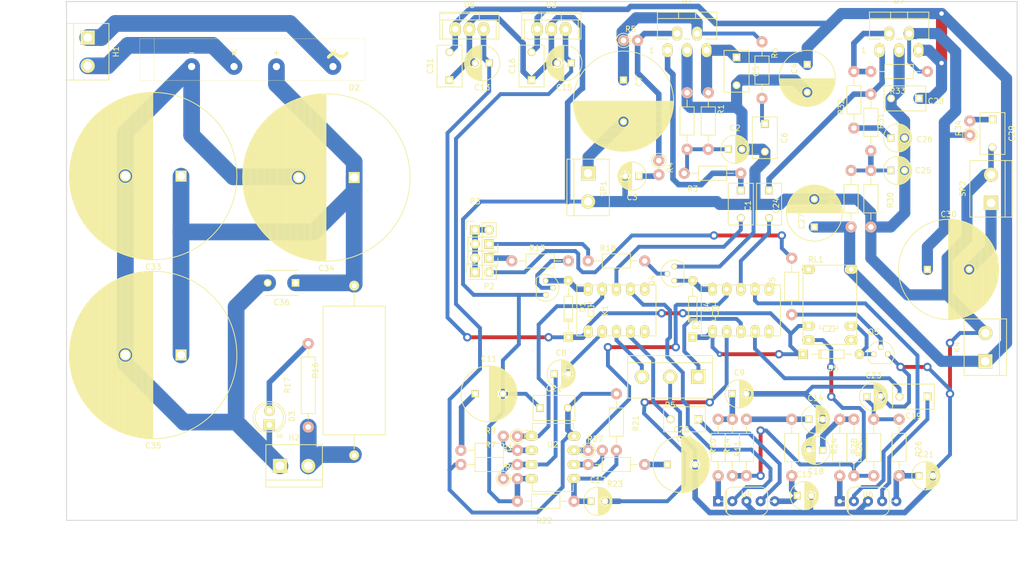
<source format=kicad_pcb>
(kicad_pcb (version 4) (host pcbnew 4.0.4-stable)
  (layers (0 F.Cu signal) (31 B.Cu signal) (34 B.Paste user hide) (35 F.Paste user) (36 B.SilkS user) (37 F.SilkS user hide) (38 B.Mask user) (39 F.Mask user) (44 Edge.Cuts user))
  (net 0 "")
  (net 1 "Net-(C1-Pad1)")
  (net 2 "Net-(C1-Pad2)")
  (net 3 "Net-(C2-Pad1)")
  (net 4 GND)
  (net 5 "Net-(C3-Pad1)")
  (net 6 +24V)
  (net 7 "Net-(C6-Pad1)")
  (net 8 "Net-(C7-Pad1)")
  (net 9 "Net-(C7-Pad2)")
  (net 10 "Net-(C8-Pad1)")
  (net 11 "Net-(C8-Pad2)")
  (net 12 "Net-(C9-Pad1)")
  (net 13 "Net-(C10-Pad1)")
  (net 14 "Net-(C10-Pad2)")
  (net 15 "Net-(C11-Pad1)")
  (net 16 "Net-(C12-Pad1)")
  (net 17 +15V)
  (net 18 "Net-(C14-Pad1)")
  (net 19 "Net-(C17-Pad1)")
  (net 20 "Net-(C17-Pad2)")
  (net 21 "Net-(C18-Pad1)")
  (net 22 "Net-(C19-Pad1)")
  (net 23 "Net-(C19-Pad2)")
  (net 24 "Net-(C20-Pad1)")
  (net 25 "Net-(C21-Pad1)")
  (net 26 "Net-(C23-Pad1)")
  (net 27 "Net-(C24-Pad1)")
  (net 28 "Net-(C24-Pad2)")
  (net 29 "Net-(C25-Pad1)")
  (net 30 "Net-(C26-Pad1)")
  (net 31 "Net-(C29-Pad1)")
  (net 32 "Net-(C30-Pad1)")
  (net 33 "Net-(C30-Pad2)")
  (net 34 +5V)
  (net 35 "Net-(D2-Pad2)")
  (net 36 "Net-(D3-Pad2)")
  (net 37 "Net-(P1-Pad2)")
  (net 38 "Net-(Q1-Pad2)")
  (net 39 "Net-(D1-Pad2)")
  (net 40 "Net-(Q4-Pad2)")
  (net 41 "Net-(Q5-Pad2)")
  (net 42 "Net-(R4-Pad1)")
  (net 43 "Net-(R13-Pad2)")
  (net 44 VPP)
  (net 45 "Net-(R11-Pad2)")
  (net 46 "Net-(K1-Pad9)")
  (net 47 "Net-(R23-Pad2)")
  (net 48 "Net-(R25-Pad2)")
  (net 49 "Net-(K2-Pad9)")
  (net 50 "Net-(R32-Pad1)")
  (net 51 "Net-(K1-Pad7)")
  (net 52 "Net-(K2-Pad7)")
  (net 53 "Net-(K1-Pad3)")
  (net 54 "Net-(K2-Pad3)")
  (net 55 "Net-(D4-Pad2)")
  (net 56 "Net-(D5-Pad2)")
  (net 57 RELAIS)
  (net 58 "Net-(P2-Pad1)")
  (net 59 "Net-(P4-Pad1)")
  (net 60 "Net-(D2-Pad4)")
  (net 61 "Net-(H2-Pad2)")
  (net 62 "Net-(C33-Pad1)")
  (net 63 "Net-(C33-Pad2)")
  (module Resistors_ThroughHole:Resistor_Horizontal_RM15mm (layer F.Cu) (at 81.788 112.141 90)
    (fp_text reference R17 (at 7.5 -3.74904 90) (layer F.SilkS))
    (fp_text value 1k5)
    (pad 1 thru_hole circle (at 0 0 90) (size 1.99898 1.99898) (drill 1.00076) (layers *.Cu *.SilkS *.Mask) (net 61 "Net-(H2-Pad2)"))
    (pad 2 thru_hole circle (at 15 0 90) (size 1.99898 1.99898) (drill 1.00076) (layers *.Cu *.SilkS *.Mask) (net 36 "Net-(D3-Pad2)"))
  )
  (module Connect:bornier2 (layer F.Cu) (at 204.47 69.342 90)
    (fp_text reference SP2 (at 0 -5.08 90) (layer F.SilkS))
    (fp_text value SPEAKER)
    (pad 1 thru_hole rect (at -2.54 0 90) (size 2.54 2.54) (drill 1.524) (layers *.Cu *.Mask F.SilkS) (net 33 "Net-(C30-Pad2)"))
    (pad 2 thru_hole circle (at 2.54 0 90) (size 2.54 2.54) (drill 1.524) (layers *.Cu *.Mask F.SilkS) (net 4 GND))
  )
  (module Capacitors_ThroughHole:C_Radial_D5_L6_P2.5 (layer F.Cu) (at 157.226 62.23)
    (fp_text reference C2 (at 1.25 -3.8) (layer F.SilkS))
    (fp_text value 10µF)
    (pad 1 thru_hole rect (at 0 0) (size 1.3 1.3) (drill 0.8) (layers *.Cu *.Mask F.SilkS) (net 3 "Net-(C2-Pad1)"))
    (pad 2 thru_hole circle (at 2.5 0) (size 1.3 1.3) (drill 0.8) (layers *.Cu *.Mask F.SilkS) (net 4 GND))
  )
  (module Capacitors_ThroughHole:C_Radial_D5_L6_P2.5 (layer F.Cu) (at 141.224 67.056 180)
    (fp_text reference C3 (at 1.25 -3.8 180) (layer F.SilkS))
    (fp_text value 10µF)
    (pad 1 thru_hole rect (at 0 0 180) (size 1.3 1.3) (drill 0.8) (layers *.Cu *.Mask F.SilkS) (net 5 "Net-(C3-Pad1)"))
    (pad 2 thru_hole circle (at 2.5 0 180) (size 1.3 1.3) (drill 0.8) (layers *.Cu *.Mask F.SilkS) (net 4 GND))
  )
  (module Capacitors_ThroughHole:C_Radial_D10_L13_P5 (layer F.Cu) (at 171.45 46.99 270)
    (fp_text reference C4 (at 0.762 2.286 270) (layer F.SilkS))
    (fp_text value 100µF)
    (pad 1 thru_hole rect (at 0 0 270) (size 1.3 1.3) (drill 0.8) (layers *.Cu *.Mask F.SilkS) (net 6 +24V))
    (pad 2 thru_hole circle (at 5 0 270) (size 1.3 1.3) (drill 0.8) (layers *.Cu *.Mask F.SilkS) (net 4 GND))
  )
  (module Capacitors_ThroughHole:C_Radial_D18_L36_P7.5 (layer F.Cu) (at 138.43 49.784 270)
    (fp_text reference C7 (at 0.254 -2.794 270) (layer F.SilkS))
    (fp_text value 4700µF)
    (pad 1 thru_hole rect (at 0 0 270) (size 1.3 1.3) (drill 0.8) (layers *.Cu *.Mask F.SilkS) (net 8 "Net-(C7-Pad1)"))
    (pad 2 thru_hole circle (at 7.5 0 270) (size 1.3 1.3) (drill 0.8) (layers *.Cu *.Mask F.SilkS) (net 9 "Net-(C7-Pad2)"))
  )
  (module Capacitors_ThroughHole:C_Radial_D5_L11_P2.5 (layer F.Cu) (at 125.984 102.616)
    (fp_text reference C8 (at 1.25 -3.8) (layer F.SilkS))
    (fp_text value 2.2µF)
    (pad 1 thru_hole rect (at 0 0) (size 1.3 1.3) (drill 0.8) (layers *.Cu *.Mask F.SilkS) (net 10 "Net-(C8-Pad1)"))
    (pad 2 thru_hole circle (at 2.5 0) (size 1.3 1.3) (drill 0.8) (layers *.Cu *.Mask F.SilkS) (net 11 "Net-(C8-Pad2)"))
  )
  (module Capacitors_ThroughHole:C_Radial_D5_L6_P2.5 (layer F.Cu) (at 157.988 106.172)
    (fp_text reference C9 (at 1.25 -3.8) (layer F.SilkS))
    (fp_text value 10µF)
    (pad 1 thru_hole rect (at 0 0) (size 1.3 1.3) (drill 0.8) (layers *.Cu *.Mask F.SilkS) (net 12 "Net-(C9-Pad1)"))
    (pad 2 thru_hole circle (at 2.5 0) (size 1.3 1.3) (drill 0.8) (layers *.Cu *.Mask F.SilkS) (net 4 GND))
  )
  (module Capacitors_ThroughHole:C_Radial_D10_L13_P5 (layer F.Cu) (at 111.76 106.172)
    (fp_text reference C11 (at 2.5 -6.3) (layer F.SilkS))
    (fp_text value 220µF)
    (pad 1 thru_hole rect (at 0 0) (size 1.3 1.3) (drill 0.8) (layers *.Cu *.Mask F.SilkS) (net 15 "Net-(C11-Pad1)"))
    (pad 2 thru_hole circle (at 5 0) (size 1.3 1.3) (drill 0.8) (layers *.Cu *.Mask F.SilkS) (net 4 GND))
  )
  (module Capacitors_ThroughHole:C_Radial_D5_L11_P2.5 (layer F.Cu) (at 169.672 124.46)
    (fp_text reference C12 (at 1.25 -3.8) (layer F.SilkS))
    (fp_text value 10µF)
    (pad 1 thru_hole rect (at 0 0) (size 1.3 1.3) (drill 0.8) (layers *.Cu *.Mask F.SilkS) (net 16 "Net-(C12-Pad1)"))
    (pad 2 thru_hole circle (at 2.5 0) (size 1.3 1.3) (drill 0.8) (layers *.Cu *.Mask F.SilkS) (net 4 GND))
  )
  (module Capacitors_ThroughHole:C_Radial_D5_L6_P2.5 (layer F.Cu) (at 171.704 110.744)
    (fp_text reference C14 (at 1.25 -3.8) (layer F.SilkS))
    (fp_text value 10µF)
    (pad 1 thru_hole rect (at 0 0) (size 1.3 1.3) (drill 0.8) (layers *.Cu *.Mask F.SilkS) (net 18 "Net-(C14-Pad1)"))
    (pad 2 thru_hole circle (at 2.5 0) (size 1.3 1.3) (drill 0.8) (layers *.Cu *.Mask F.SilkS) (net 4 GND))
  )
  (module Capacitors_ThroughHole:C_Radial_D5_L11_P2.5 (layer F.Cu) (at 132.588 125.476)
    (fp_text reference C17 (at 1.25 -3.8) (layer F.SilkS))
    (fp_text value 2.2µF)
    (pad 1 thru_hole rect (at 0 0) (size 1.3 1.3) (drill 0.8) (layers *.Cu *.Mask F.SilkS) (net 19 "Net-(C17-Pad1)"))
    (pad 2 thru_hole circle (at 2.5 0) (size 1.3 1.3) (drill 0.8) (layers *.Cu *.Mask F.SilkS) (net 20 "Net-(C17-Pad2)"))
  )
  (module Capacitors_ThroughHole:C_Radial_D5_L6_P2.5 (layer F.Cu) (at 174.244 116.332 180)
    (fp_text reference C18 (at 1.25 -3.8 180) (layer F.SilkS))
    (fp_text value 10µF)
    (pad 1 thru_hole rect (at 0 0 180) (size 1.3 1.3) (drill 0.8) (layers *.Cu *.Mask F.SilkS) (net 21 "Net-(C18-Pad1)"))
    (pad 2 thru_hole circle (at 2.5 0 180) (size 1.3 1.3) (drill 0.8) (layers *.Cu *.Mask F.SilkS) (net 4 GND))
  )
  (module Capacitors_ThroughHole:C_Radial_D10_L13_P5 (layer F.Cu) (at 146.304 118.872)
    (fp_text reference C20 (at 2.5 -6.3) (layer F.SilkS))
    (fp_text value 220µF)
    (pad 1 thru_hole rect (at 0 0) (size 1.3 1.3) (drill 0.8) (layers *.Cu *.Mask F.SilkS) (net 24 "Net-(C20-Pad1)"))
    (pad 2 thru_hole circle (at 5 0) (size 1.3 1.3) (drill 0.8) (layers *.Cu *.Mask F.SilkS) (net 4 GND))
  )
  (module Capacitors_ThroughHole:C_Radial_D5_L6_P2.5 (layer F.Cu) (at 191.516 120.904)
    (fp_text reference C21 (at 1.25 -3.8) (layer F.SilkS))
    (fp_text value 10µF)
    (pad 1 thru_hole rect (at 0 0) (size 1.3 1.3) (drill 0.8) (layers *.Cu *.Mask F.SilkS) (net 25 "Net-(C21-Pad1)"))
    (pad 2 thru_hole circle (at 2.5 0) (size 1.3 1.3) (drill 0.8) (layers *.Cu *.Mask F.SilkS) (net 4 GND))
  )
  (module Capacitors_ThroughHole:C_Radial_D5_L6_P2.5 (layer F.Cu) (at 182.118 106.68)
    (fp_text reference C23 (at 1.25 -3.8) (layer F.SilkS))
    (fp_text value 10µF)
    (pad 1 thru_hole rect (at 0 0) (size 1.3 1.3) (drill 0.8) (layers *.Cu *.Mask F.SilkS) (net 26 "Net-(C23-Pad1)"))
    (pad 2 thru_hole circle (at 2.5 0) (size 1.3 1.3) (drill 0.8) (layers *.Cu *.Mask F.SilkS) (net 4 GND))
  )
  (module Capacitors_ThroughHole:C_Radial_D5_L6_P2.5 (layer F.Cu) (at 186.436 66.04)
    (fp_text reference C25 (at 5.842 0) (layer F.SilkS))
    (fp_text value 10µF)
    (pad 1 thru_hole rect (at 0 0) (size 1.3 1.3) (drill 0.8) (layers *.Cu *.Mask F.SilkS) (net 29 "Net-(C25-Pad1)"))
    (pad 2 thru_hole circle (at 2.5 0) (size 1.3 1.3) (drill 0.8) (layers *.Cu *.Mask F.SilkS) (net 4 GND))
  )
  (module Capacitors_ThroughHole:C_Radial_D5_L6_P2.5 (layer F.Cu) (at 186.436 60.198)
    (fp_text reference C26 (at 6.096 0.254) (layer F.SilkS))
    (fp_text value 10µF)
    (pad 1 thru_hole rect (at 0 0) (size 1.3 1.3) (drill 0.8) (layers *.Cu *.Mask F.SilkS) (net 30 "Net-(C26-Pad1)"))
    (pad 2 thru_hole circle (at 2.5 0) (size 1.3 1.3) (drill 0.8) (layers *.Cu *.Mask F.SilkS) (net 4 GND))
  )
  (module Capacitors_ThroughHole:C_Radial_D10_L13_P5 (layer F.Cu) (at 172.72 76.2 90)
    (fp_text reference C27 (at 1.016 -2.286 90) (layer F.SilkS))
    (fp_text value 100µF)
    (pad 1 thru_hole rect (at 0 0 90) (size 1.3 1.3) (drill 0.8) (layers *.Cu *.Mask F.SilkS) (net 6 +24V))
    (pad 2 thru_hole circle (at 5 0 90) (size 1.3 1.3) (drill 0.8) (layers *.Cu *.Mask F.SilkS) (net 4 GND))
  )
  (module Capacitors_ThroughHole:C_Radial_D18_L36_P7.5 (layer F.Cu) (at 193.04 83.82)
    (fp_text reference C30 (at 3.81 -9.906) (layer F.SilkS))
    (fp_text value 4700µF)
    (pad 1 thru_hole rect (at 0 0) (size 1.3 1.3) (drill 0.8) (layers *.Cu *.Mask F.SilkS) (net 32 "Net-(C30-Pad1)"))
    (pad 2 thru_hole circle (at 7.5 0) (size 1.3 1.3) (drill 0.8) (layers *.Cu *.Mask F.SilkS) (net 33 "Net-(C30-Pad2)"))
  )
  (module Resistors_ThroughHole:Resistor_Horizontal_RM10mm (layer F.Cu) (at 153.67 52.07 270)
    (fp_text reference R1 (at 3.048 -2.286 270) (layer F.SilkS))
    (fp_text value 2k2)
    (pad 1 thru_hole circle (at 0 0 270) (size 1.99898 1.99898) (drill 1.00076) (layers *.Cu *.SilkS *.Mask) (net 6 +24V))
    (pad 2 thru_hole circle (at 10.16 0 270) (size 1.99898 1.99898) (drill 1.00076) (layers *.Cu *.SilkS *.Mask) (net 3 "Net-(C2-Pad1)"))
  )
  (module Resistors_ThroughHole:Resistor_Horizontal_RM10mm (layer F.Cu) (at 149.86 62.23 90)
    (fp_text reference R2 (at 5.32892 -3.50012 90) (layer F.SilkS))
    (fp_text value 2k2)
    (pad 1 thru_hole circle (at 0 0 90) (size 1.99898 1.99898) (drill 1.00076) (layers *.Cu *.SilkS *.Mask) (net 3 "Net-(C2-Pad1)"))
    (pad 2 thru_hole circle (at 10.16 0 90) (size 1.99898 1.99898) (drill 1.00076) (layers *.Cu *.SilkS *.Mask) (net 4 GND))
  )
  (module Resistors_ThroughHole:Resistor_Horizontal_RM10mm (layer F.Cu) (at 159.512 66.548 180)
    (fp_text reference R3 (at 8.636 -2.794 180) (layer F.SilkS))
    (fp_text value 330k)
    (pad 1 thru_hole circle (at 0 0 180) (size 1.99898 1.99898) (drill 1.00076) (layers *.Cu *.SilkS *.Mask) (net 1 "Net-(C1-Pad1)"))
    (pad 2 thru_hole circle (at 10.16 0 180) (size 1.99898 1.99898) (drill 1.00076) (layers *.Cu *.SilkS *.Mask) (net 3 "Net-(C2-Pad1)"))
  )
  (module Resistors_ThroughHole:Resistor_Horizontal_RM10mm (layer F.Cu) (at 163.322 42.926 270)
    (fp_text reference R6 (at 2.032 -2.286 270) (layer F.SilkS))
    (fp_text value 2k2)
    (pad 1 thru_hole circle (at 0 0 270) (size 1.99898 1.99898) (drill 1.00076) (layers *.Cu *.SilkS *.Mask) (net 8 "Net-(C7-Pad1)"))
    (pad 2 thru_hole circle (at 10.16 0 270) (size 1.99898 1.99898) (drill 1.00076) (layers *.Cu *.SilkS *.Mask) (net 7 "Net-(C6-Pad1)"))
  )
  (module Resistors_ThroughHole:Resistor_Horizontal_RM10mm (layer F.Cu) (at 109.22 118.872)
    (fp_text reference R7 (at 5.32892 -3.50012) (layer F.SilkS))
    (fp_text value 22k)
    (pad 1 thru_hole circle (at 0 0) (size 1.99898 1.99898) (drill 1.00076) (layers *.Cu *.SilkS *.Mask) (net 17 +15V))
    (pad 2 thru_hole circle (at 10.16 0) (size 1.99898 1.99898) (drill 1.00076) (layers *.Cu *.SilkS *.Mask) (net 10 "Net-(C8-Pad1)"))
  )
  (module Resistors_ThroughHole:Resistor_Horizontal_RM10mm (layer F.Cu) (at 109.22 116.332)
    (fp_text reference R9 (at 5.32892 -3.50012) (layer F.SilkS))
    (fp_text value 220R)
    (pad 1 thru_hole circle (at 0 0) (size 1.99898 1.99898) (drill 1.00076) (layers *.Cu *.SilkS *.Mask) (net 15 "Net-(C11-Pad1)"))
    (pad 2 thru_hole circle (at 10.16 0) (size 1.99898 1.99898) (drill 1.00076) (layers *.Cu *.SilkS *.Mask) (net 43 "Net-(R13-Pad2)"))
  )
  (module Resistors_ThroughHole:Resistor_Horizontal_RM10mm (layer F.Cu) (at 157.988 120.904 90)
    (fp_text reference R10 (at 5.32892 -3.50012 90) (layer F.SilkS))
    (fp_text value 8k2)
    (pad 1 thru_hole circle (at 0 0 90) (size 1.99898 1.99898) (drill 1.00076) (layers *.Cu *.SilkS *.Mask) (net 44 VPP))
    (pad 2 thru_hole circle (at 10.16 0 90) (size 1.99898 1.99898) (drill 1.00076) (layers *.Cu *.SilkS *.Mask) (net 12 "Net-(C9-Pad1)"))
  )
  (module Resistors_ThroughHole:Resistor_Horizontal_RM10mm (layer F.Cu) (at 155.448 110.744 270)
    (fp_text reference R11 (at 5.32892 -3.50012 270) (layer F.SilkS))
    (fp_text value 47k)
    (pad 1 thru_hole circle (at 0 0 270) (size 1.99898 1.99898) (drill 1.00076) (layers *.Cu *.SilkS *.Mask) (net 12 "Net-(C9-Pad1)"))
    (pad 2 thru_hole circle (at 10.16 0 270) (size 1.99898 1.99898) (drill 1.00076) (layers *.Cu *.SilkS *.Mask) (net 45 "Net-(R11-Pad2)"))
  )
  (module Resistors_ThroughHole:Resistor_Horizontal_RM10mm (layer F.Cu) (at 168.656 110.744 270)
    (fp_text reference R12 (at 5.32892 -3.50012 270) (layer F.SilkS))
    (fp_text value 1k2)
    (pad 1 thru_hole circle (at 0 0 270) (size 1.99898 1.99898) (drill 1.00076) (layers *.Cu *.SilkS *.Mask) (net 18 "Net-(C14-Pad1)"))
    (pad 2 thru_hole circle (at 10.16 0 270) (size 1.99898 1.99898) (drill 1.00076) (layers *.Cu *.SilkS *.Mask) (net 16 "Net-(C12-Pad1)"))
  )
  (module Resistors_ThroughHole:Resistor_Horizontal_RM10mm (layer F.Cu) (at 160.528 120.904 90)
    (fp_text reference R14 (at 5.32892 -3.50012 90) (layer F.SilkS))
    (fp_text value 1k2)
    (pad 1 thru_hole circle (at 0 0 90) (size 1.99898 1.99898) (drill 1.00076) (layers *.Cu *.SilkS *.Mask) (net 44 VPP))
    (pad 2 thru_hole circle (at 10.16 0 90) (size 1.99898 1.99898) (drill 1.00076) (layers *.Cu *.SilkS *.Mask) (net 18 "Net-(C14-Pad1)"))
  )
  (module Resistors_ThroughHole:Resistor_Horizontal_RM10mm (layer F.Cu) (at 128.524 82.296 180)
    (fp_text reference R15 (at 5.588 2.286 180) (layer F.SilkS))
    (fp_text value 10k)
    (pad 1 thru_hole circle (at 0 0 180) (size 1.99898 1.99898) (drill 1.00076) (layers *.Cu *.SilkS *.Mask) (net 38 "Net-(Q1-Pad2)"))
    (pad 2 thru_hole circle (at 10.16 0 180) (size 1.99898 1.99898) (drill 1.00076) (layers *.Cu *.SilkS *.Mask) (net 58 "Net-(P2-Pad1)"))
  )
  (module Resistors_ThroughHole:Resistor_Horizontal_RM10mm (layer F.Cu) (at 142.24 82.296 180)
    (fp_text reference R18 (at 6.604 2.286 180) (layer F.SilkS))
    (fp_text value 10k)
    (pad 1 thru_hole circle (at 0 0 180) (size 1.99898 1.99898) (drill 1.00076) (layers *.Cu *.SilkS *.Mask) (net 40 "Net-(Q4-Pad2)"))
    (pad 2 thru_hole circle (at 10.16 0 180) (size 1.99898 1.99898) (drill 1.00076) (layers *.Cu *.SilkS *.Mask) (net 59 "Net-(P4-Pad1)"))
  )
  (module Resistors_ThroughHole:Resistor_Horizontal_RM10mm (layer F.Cu) (at 137.16 106.172 270)
    (fp_text reference R21 (at 5.32892 -3.50012 270) (layer F.SilkS))
    (fp_text value 22k)
    (pad 1 thru_hole circle (at 0 0 270) (size 1.99898 1.99898) (drill 1.00076) (layers *.Cu *.SilkS *.Mask) (net 17 +15V))
    (pad 2 thru_hole circle (at 10.16 0 270) (size 1.99898 1.99898) (drill 1.00076) (layers *.Cu *.SilkS *.Mask) (net 19 "Net-(C17-Pad1)"))
  )
  (module Resistors_ThroughHole:Resistor_Horizontal_RM10mm (layer F.Cu) (at 129.54 125.476 180)
    (fp_text reference R22 (at 5.32892 -3.50012 180) (layer F.SilkS))
    (fp_text value 22k)
    (pad 1 thru_hole circle (at 0 0 180) (size 1.99898 1.99898) (drill 1.00076) (layers *.Cu *.SilkS *.Mask) (net 19 "Net-(C17-Pad1)"))
    (pad 2 thru_hole circle (at 10.16 0 180) (size 1.99898 1.99898) (drill 1.00076) (layers *.Cu *.SilkS *.Mask) (net 4 GND))
  )
  (module Resistors_ThroughHole:Resistor_Horizontal_RM10mm (layer F.Cu) (at 142.24 118.872 180)
    (fp_text reference R23 (at 5.32892 -3.50012 180) (layer F.SilkS))
    (fp_text value 220R)
    (pad 1 thru_hole circle (at 0 0 180) (size 1.99898 1.99898) (drill 1.00076) (layers *.Cu *.SilkS *.Mask) (net 24 "Net-(C20-Pad1)"))
    (pad 2 thru_hole circle (at 10.16 0 180) (size 1.99898 1.99898) (drill 1.00076) (layers *.Cu *.SilkS *.Mask) (net 47 "Net-(R23-Pad2)"))
  )
  (module Resistors_ThroughHole:Resistor_Horizontal_RM10mm (layer F.Cu) (at 179.832 120.904 90)
    (fp_text reference R24 (at 5.32892 -3.50012 90) (layer F.SilkS))
    (fp_text value 8k2)
    (pad 1 thru_hole circle (at 0 0 90) (size 1.99898 1.99898) (drill 1.00076) (layers *.Cu *.SilkS *.Mask) (net 44 VPP))
    (pad 2 thru_hole circle (at 10.16 0 90) (size 1.99898 1.99898) (drill 1.00076) (layers *.Cu *.SilkS *.Mask) (net 21 "Net-(C18-Pad1)"))
  )
  (module Resistors_ThroughHole:Resistor_Horizontal_RM10mm (layer F.Cu) (at 177.292 110.744 270)
    (fp_text reference R25 (at 5.32892 -3.50012 270) (layer F.SilkS))
    (fp_text value 47k)
    (pad 1 thru_hole circle (at 0 0 270) (size 1.99898 1.99898) (drill 1.00076) (layers *.Cu *.SilkS *.Mask) (net 21 "Net-(C18-Pad1)"))
    (pad 2 thru_hole circle (at 10.16 0 270) (size 1.99898 1.99898) (drill 1.00076) (layers *.Cu *.SilkS *.Mask) (net 48 "Net-(R25-Pad2)"))
  )
  (module Resistors_ThroughHole:Resistor_Horizontal_RM10mm (layer F.Cu) (at 187.96 110.744 270)
    (fp_text reference R26 (at 5.32892 -3.50012 270) (layer F.SilkS))
    (fp_text value 1k2)
    (pad 1 thru_hole circle (at 0 0 270) (size 1.99898 1.99898) (drill 1.00076) (layers *.Cu *.SilkS *.Mask) (net 26 "Net-(C23-Pad1)"))
    (pad 2 thru_hole circle (at 10.16 0 270) (size 1.99898 1.99898) (drill 1.00076) (layers *.Cu *.SilkS *.Mask) (net 25 "Net-(C21-Pad1)"))
  )
  (module Resistors_ThroughHole:Resistor_Horizontal_RM10mm (layer F.Cu) (at 183.388 120.904 90)
    (fp_text reference R28 (at 5.32892 -3.50012 90) (layer F.SilkS))
    (fp_text value 1k2)
    (pad 1 thru_hole circle (at 0 0 90) (size 1.99898 1.99898) (drill 1.00076) (layers *.Cu *.SilkS *.Mask) (net 44 VPP))
    (pad 2 thru_hole circle (at 10.16 0 90) (size 1.99898 1.99898) (drill 1.00076) (layers *.Cu *.SilkS *.Mask) (net 26 "Net-(C23-Pad1)"))
  )
  (module Resistors_ThroughHole:Resistor_Horizontal_RM10mm (layer F.Cu) (at 179.324 76.2 90)
    (fp_text reference R29 (at 5.32892 -3.50012 90) (layer F.SilkS))
    (fp_text value 2k2)
    (pad 1 thru_hole circle (at 0 0 90) (size 1.99898 1.99898) (drill 1.00076) (layers *.Cu *.SilkS *.Mask) (net 6 +24V))
    (pad 2 thru_hole circle (at 10.16 0 90) (size 1.99898 1.99898) (drill 1.00076) (layers *.Cu *.SilkS *.Mask) (net 29 "Net-(C25-Pad1)"))
  )
  (module Resistors_ThroughHole:Resistor_Horizontal_RM10mm (layer F.Cu) (at 182.88 66.04 270)
    (fp_text reference R30 (at 5.32892 -3.50012 270) (layer F.SilkS))
    (fp_text value 2k2)
    (pad 1 thru_hole circle (at 0 0 270) (size 1.99898 1.99898) (drill 1.00076) (layers *.Cu *.SilkS *.Mask) (net 29 "Net-(C25-Pad1)"))
    (pad 2 thru_hole circle (at 10.16 0 270) (size 1.99898 1.99898) (drill 1.00076) (layers *.Cu *.SilkS *.Mask) (net 4 GND))
  )
  (module Resistors_ThroughHole:Resistor_Horizontal_RM10mm (layer F.Cu) (at 182.88 52.324 270)
    (fp_text reference R31 (at 4.826 -1.778 270) (layer F.SilkS))
    (fp_text value 330k)
    (pad 1 thru_hole circle (at 0 0 270) (size 1.99898 1.99898) (drill 1.00076) (layers *.Cu *.SilkS *.Mask) (net 27 "Net-(C24-Pad1)"))
    (pad 2 thru_hole circle (at 10.16 0 270) (size 1.99898 1.99898) (drill 1.00076) (layers *.Cu *.SilkS *.Mask) (net 29 "Net-(C25-Pad1)"))
  )
  (module Resistors_ThroughHole:Resistor_Horizontal_RM10mm (layer F.Cu) (at 179.832 48.26 270)
    (fp_text reference R32 (at 6.35 2.286 270) (layer F.SilkS))
    (fp_text value 22k)
    (pad 1 thru_hole circle (at 0 0 270) (size 1.99898 1.99898) (drill 1.00076) (layers *.Cu *.SilkS *.Mask) (net 50 "Net-(R32-Pad1)"))
    (pad 2 thru_hole circle (at 10.16 0 270) (size 1.99898 1.99898) (drill 1.00076) (layers *.Cu *.SilkS *.Mask) (net 30 "Net-(C26-Pad1)"))
  )
  (module Resistors_ThroughHole:Resistor_Horizontal_RM10mm (layer F.Cu) (at 193.04 48.26 180)
    (fp_text reference R33 (at 5.32892 -3.50012 180) (layer F.SilkS))
    (fp_text value 220k)
    (pad 1 thru_hole circle (at 0 0 180) (size 1.99898 1.99898) (drill 1.00076) (layers *.Cu *.SilkS *.Mask) (net 32 "Net-(C30-Pad1)"))
    (pad 2 thru_hole circle (at 10.16 0 180) (size 1.99898 1.99898) (drill 1.00076) (layers *.Cu *.SilkS *.Mask) (net 50 "Net-(R32-Pad1)"))
  )
  (module Resistors_ThroughHole:Resistor_Horizontal_RM10mm (layer F.Cu) (at 168.656 91.948 90)
    (fp_text reference R35 (at 5.32892 -3.50012 90) (layer F.SilkS))
    (fp_text value 10k)
    (pad 1 thru_hole circle (at 0 0 90) (size 1.99898 1.99898) (drill 1.00076) (layers *.Cu *.SilkS *.Mask) (net 41 "Net-(Q5-Pad2)"))
    (pad 2 thru_hole circle (at 10.16 0 90) (size 1.99898 1.99898) (drill 1.00076) (layers *.Cu *.SilkS *.Mask) (net 37 "Net-(P1-Pad2)"))
  )
  (module Connect:bornier2 (layer F.Cu) (at 132.08 69.088 270)
    (fp_text reference SP1 (at 0.254 -2.794 270) (layer F.SilkS))
    (fp_text value SPEAKER)
    (pad 1 thru_hole rect (at -2.54 0 270) (size 2.54 2.54) (drill 1.524) (layers *.Cu *.Mask F.SilkS) (net 9 "Net-(C7-Pad2)"))
    (pad 2 thru_hole circle (at 2.54 0 270) (size 2.54 2.54) (drill 1.524) (layers *.Cu *.Mask F.SilkS) (net 4 GND))
  )
  (module TO_SOT_Packages_THT:Pentawatt_Neutral_Staggered_Verical_TO220-5-T05D (layer F.Cu) (at 149.86 40.64)
    (fp_text reference U1 (at 0 -5.08) (layer F.SilkS))
    (fp_text value LM1875)
    (fp_text user 1 (at -6.35 3.81) (layer F.SilkS))
    (pad 3 thru_hole oval (at 0 3.79984 90) (size 2.49936 1.80086) (drill 1.19888) (layers *.Cu *.Mask F.SilkS) (net 4 GND))
    (pad 1 thru_hole oval (at -3.50012 3.79984 90) (size 2.49936 1.80086) (drill 1.19888) (layers *.Cu *.Mask F.SilkS) (net 1 "Net-(C1-Pad1)"))
    (pad 5 thru_hole oval (at 3.50012 3.79984 90) (size 2.49936 1.80086) (drill 1.19888) (layers *.Cu *.Mask F.SilkS) (net 6 +24V))
    (pad 4 thru_hole oval (at 1.80086 0.8001 90) (size 2.49936 1.80086) (drill 1.19888) (layers *.Cu *.Mask F.SilkS) (net 8 "Net-(C7-Pad1)"))
    (pad 2 thru_hole oval (at -1.80086 0.8001 90) (size 2.49936 1.80086) (drill 1.19888) (layers *.Cu *.Mask F.SilkS) (net 42 "Net-(R4-Pad1)"))
  )
  (module Housings_DIP:DIP-8_W7.62mm_LongPads (layer F.Cu) (at 121.92 113.792)
    (fp_text reference U2 (at 3.81 1.524) (layer F.SilkS))
    (fp_text value TL082)
    (pad 1 thru_hole oval (at 0 0) (size 2.3 1.6) (drill 0.8) (layers *.Cu *.Mask F.SilkS) (net 46 "Net-(K1-Pad9)"))
    (pad 2 thru_hole oval (at 0 2.54) (size 2.3 1.6) (drill 0.8) (layers *.Cu *.Mask F.SilkS) (net 43 "Net-(R13-Pad2)"))
    (pad 3 thru_hole oval (at 0 5.08) (size 2.3 1.6) (drill 0.8) (layers *.Cu *.Mask F.SilkS) (net 10 "Net-(C8-Pad1)"))
    (pad 4 thru_hole oval (at 0 7.62) (size 2.3 1.6) (drill 0.8) (layers *.Cu *.Mask F.SilkS) (net 4 GND))
    (pad 5 thru_hole oval (at 7.62 7.62) (size 2.3 1.6) (drill 0.8) (layers *.Cu *.Mask F.SilkS) (net 19 "Net-(C17-Pad1)"))
    (pad 6 thru_hole oval (at 7.62 5.08) (size 2.3 1.6) (drill 0.8) (layers *.Cu *.Mask F.SilkS) (net 47 "Net-(R23-Pad2)"))
    (pad 7 thru_hole oval (at 7.62 2.54) (size 2.3 1.6) (drill 0.8) (layers *.Cu *.Mask F.SilkS) (net 49 "Net-(K2-Pad9)"))
    (pad 8 thru_hole oval (at 7.62 0) (size 2.3 1.6) (drill 0.8) (layers *.Cu *.Mask F.SilkS) (net 17 +15V))
  )
  (module Power_Integrations:TO-220 (layer F.Cu) (at 125.476 40.64)
    (fp_text reference U3 (at 0 -4.318) (layer F.SilkS))
    (fp_text value LM7815CT)
    (pad 2 thru_hole oval (at 0 0) (size 2.032 2.54) (drill 1.143) (layers *.Cu *.Mask F.SilkS) (net 4 GND))
    (pad 3 thru_hole oval (at 2.54 0) (size 2.032 2.54) (drill 1.143) (layers *.Cu *.Mask F.SilkS) (net 17 +15V))
    (pad 1 thru_hole oval (at -2.54 0) (size 2.032 2.54) (drill 1.143) (layers *.Cu *.Mask F.SilkS) (net 6 +24V))
  )
  (module TO_SOT_Packages_THT:Pentawatt_Neutral_Staggered_Verical_TO220-5-T05D (layer F.Cu) (at 187.96 40.64)
    (fp_text reference U7 (at 0 -5.08) (layer F.SilkS))
    (fp_text value LM1875)
    (fp_text user 1 (at -6.35 3.81) (layer F.SilkS))
    (pad 3 thru_hole oval (at 0 3.79984 90) (size 2.49936 1.80086) (drill 1.19888) (layers *.Cu *.Mask F.SilkS) (net 4 GND))
    (pad 1 thru_hole oval (at -3.50012 3.79984 90) (size 2.49936 1.80086) (drill 1.19888) (layers *.Cu *.Mask F.SilkS) (net 27 "Net-(C24-Pad1)"))
    (pad 5 thru_hole oval (at 3.50012 3.79984 90) (size 2.49936 1.80086) (drill 1.19888) (layers *.Cu *.Mask F.SilkS) (net 6 +24V))
    (pad 4 thru_hole oval (at 1.80086 0.8001 90) (size 2.49936 1.80086) (drill 1.19888) (layers *.Cu *.Mask F.SilkS) (net 32 "Net-(C30-Pad1)"))
    (pad 2 thru_hole oval (at -1.80086 0.8001 90) (size 2.49936 1.80086) (drill 1.19888) (layers *.Cu *.Mask F.SilkS) (net 50 "Net-(R32-Pad1)"))
  )
  (module TO_SOT_Packages_THT:TO-92_Molded_Narrow (layer F.Cu) (at 183.388 99.06)
    (fp_text reference Q5 (at 0 -4) (layer F.SilkS))
    (fp_text value BC548)
    (pad 2 thru_hole circle (at 1.27 -1.27 90) (size 1.00076 1.00076) (drill 0.6) (layers *.Cu *.Mask F.SilkS) (net 41 "Net-(Q5-Pad2)"))
    (pad 3 thru_hole circle (at 2.54 0 90) (size 1.00076 1.00076) (drill 0.6) (layers *.Cu *.Mask F.SilkS) (net 4 GND))
    (pad 1 thru_hole circle (at 0 0 90) (size 1.00076 1.00076) (drill 0.6) (layers *.Cu *.Mask F.SilkS) (net 56 "Net-(D5-Pad2)"))
  )
  (module TO_SOT_Packages_THT:TO-92_Molded_Narrow (layer F.Cu) (at 147.574 85.852 90)
    (fp_text reference Q4 (at 0 -4 90) (layer F.SilkS))
    (fp_text value BC548)
    (pad 2 thru_hole circle (at 1.27 -1.27 180) (size 1.00076 1.00076) (drill 0.6) (layers *.Cu *.Mask F.SilkS) (net 40 "Net-(Q4-Pad2)"))
    (pad 3 thru_hole circle (at 2.54 0 180) (size 1.00076 1.00076) (drill 0.6) (layers *.Cu *.Mask F.SilkS) (net 4 GND))
    (pad 1 thru_hole circle (at 0 0 180) (size 1.00076 1.00076) (drill 0.6) (layers *.Cu *.Mask F.SilkS) (net 55 "Net-(D4-Pad2)"))
  )
  (module Diodes_ThroughHole:Diode_DO-35_SOD27_Horizontal_RM10 (layer F.Cu) (at 128.524 96.012 90)
    (fp_text reference D1 (at 5.43052 2.53746 90) (layer F.SilkS))
    (fp_text value 1N4148)
    (pad 2 thru_hole circle (at 10.16052 -0.00254 270) (size 1.69926 1.69926) (drill 0.70104) (layers *.Cu *.Mask F.SilkS) (net 39 "Net-(D1-Pad2)"))
    (pad 1 thru_hole rect (at 0.00052 -0.00254 270) (size 1.69926 1.69926) (drill 0.70104) (layers *.Cu *.Mask F.SilkS) (net 34 +5V))
  )
  (module Diodes_ThroughHole:Diode_DO-35_SOD27_Horizontal_RM10 (layer F.Cu) (at 150.876 96.012 90)
    (fp_text reference D4 (at 5.43052 2.53746 90) (layer F.SilkS))
    (fp_text value 1N4148)
    (pad 2 thru_hole circle (at 10.16052 -0.00254 270) (size 1.69926 1.69926) (drill 0.70104) (layers *.Cu *.Mask F.SilkS) (net 55 "Net-(D4-Pad2)"))
    (pad 1 thru_hole rect (at 0.00052 -0.00254 270) (size 1.69926 1.69926) (drill 0.70104) (layers *.Cu *.Mask F.SilkS) (net 34 +5V))
  )
  (module Diodes_ThroughHole:Diode_DO-35_SOD27_Horizontal_RM10 (layer F.Cu) (at 170.688 99.06)
    (fp_text reference D5 (at 5.43052 2.53746) (layer F.SilkS))
    (fp_text value 1N4148)
    (pad 2 thru_hole circle (at 10.16052 -0.00254 180) (size 1.69926 1.69926) (drill 0.70104) (layers *.Cu *.Mask F.SilkS) (net 56 "Net-(D5-Pad2)"))
    (pad 1 thru_hole rect (at 0.00052 -0.00254 180) (size 1.69926 1.69926) (drill 0.70104) (layers *.Cu *.Mask F.SilkS) (net 34 +5V))
  )
  (module Connect:bornier2 (layer F.Cu) (at 203.454 97.79 90)
    (fp_text reference K4 (at 0 -5.08 90) (layer F.SilkS))
    (fp_text value screw_terminal_2x01)
    (pad 1 thru_hole rect (at -2.54 0 90) (size 2.54 2.54) (drill 1.524) (layers *.Cu *.Mask F.SilkS) (net 6 +24V))
    (pad 2 thru_hole circle (at 2.54 0 90) (size 2.54 2.54) (drill 1.524) (layers *.Cu *.Mask F.SilkS) (net 4 GND))
  )
  (module Capacitors_ThroughHole:C_Disc_D7.5_P5 (layer F.Cu) (at 159.512 69.596 270)
    (fp_text reference C1 (at 2.794 -1.27 270) (layer F.SilkS))
    (fp_text value 100nF)
    (pad 1 thru_hole rect (at 0 0 270) (size 1.4 1.4) (drill 0.9) (layers *.Cu *.Mask F.SilkS) (net 1 "Net-(C1-Pad1)"))
    (pad 2 thru_hole circle (at 5 0 270) (size 1.4 1.4) (drill 0.9) (layers *.Cu *.Mask F.SilkS) (net 2 "Net-(C1-Pad2)"))
  )
  (module Capacitors_ThroughHole:C_Disc_D7.5_P5 (layer F.Cu) (at 158.75 45.72 270)
    (fp_text reference C5 (at 2.5 -3.5 270) (layer F.SilkS))
    (fp_text value 100nF)
    (pad 1 thru_hole rect (at 0 0 270) (size 1.4 1.4) (drill 0.9) (layers *.Cu *.Mask F.SilkS) (net 6 +24V))
    (pad 2 thru_hole circle (at 5 0 270) (size 1.4 1.4) (drill 0.9) (layers *.Cu *.Mask F.SilkS) (net 4 GND))
  )
  (module Capacitors_ThroughHole:C_Disc_D7.5_P5 (layer F.Cu) (at 163.83 57.658 270)
    (fp_text reference C6 (at 2.5 -3.5 270) (layer F.SilkS))
    (fp_text value 100nF)
    (pad 1 thru_hole rect (at 0 0 270) (size 1.4 1.4) (drill 0.9) (layers *.Cu *.Mask F.SilkS) (net 7 "Net-(C6-Pad1)"))
    (pad 2 thru_hole circle (at 5 0 270) (size 1.4 1.4) (drill 0.9) (layers *.Cu *.Mask F.SilkS) (net 4 GND))
  )
  (module Capacitors_ThroughHole:C_Disc_D7.5_P5 (layer F.Cu) (at 151.892 110.744 180)
    (fp_text reference C10 (at 2.5 -3.5 180) (layer F.SilkS))
    (fp_text value 68nF)
    (pad 1 thru_hole rect (at 0 0 180) (size 1.4 1.4) (drill 0.9) (layers *.Cu *.Mask F.SilkS) (net 13 "Net-(C10-Pad1)"))
    (pad 2 thru_hole circle (at 5 0 180) (size 1.4 1.4) (drill 0.9) (layers *.Cu *.Mask F.SilkS) (net 14 "Net-(C10-Pad2)"))
  )
  (module Capacitors_ThroughHole:C_Disc_D7.5_P5 (layer F.Cu) (at 121.92 49.784 90)
    (fp_text reference C16 (at 2.5 -3.5 90) (layer F.SilkS))
    (fp_text value 100nF)
    (pad 1 thru_hole rect (at 0 0 90) (size 1.4 1.4) (drill 0.9) (layers *.Cu *.Mask F.SilkS) (net 4 GND))
    (pad 2 thru_hole circle (at 5 0 90) (size 1.4 1.4) (drill 0.9) (layers *.Cu *.Mask F.SilkS) (net 6 +24V))
  )
  (module Capacitors_ThroughHole:C_Disc_D7.5_P5 (layer F.Cu) (at 193.04 106.68 180)
    (fp_text reference C19 (at 2.5 -3.5 180) (layer F.SilkS))
    (fp_text value 68nF)
    (pad 1 thru_hole rect (at 0 0 180) (size 1.4 1.4) (drill 0.9) (layers *.Cu *.Mask F.SilkS) (net 22 "Net-(C19-Pad1)"))
    (pad 2 thru_hole circle (at 5 0 180) (size 1.4 1.4) (drill 0.9) (layers *.Cu *.Mask F.SilkS) (net 23 "Net-(C19-Pad2)"))
  )
  (module Capacitors_ThroughHole:C_Disc_D7.5_P5 (layer F.Cu) (at 123.444 108.712)
    (fp_text reference C22 (at 2.5 -3.5) (layer F.SilkS))
    (fp_text value 100nF)
    (pad 1 thru_hole rect (at 0 0) (size 1.4 1.4) (drill 0.9) (layers *.Cu *.Mask F.SilkS) (net 4 GND))
    (pad 2 thru_hole circle (at 5 0) (size 1.4 1.4) (drill 0.9) (layers *.Cu *.Mask F.SilkS) (net 17 +15V))
  )
  (module Capacitors_ThroughHole:C_Disc_D7.5_P5 (layer F.Cu) (at 164.592 69.596 270)
    (fp_text reference C24 (at 2.794 -1.27 270) (layer F.SilkS))
    (fp_text value 100nF)
    (pad 1 thru_hole rect (at 0 0 270) (size 1.4 1.4) (drill 0.9) (layers *.Cu *.Mask F.SilkS) (net 27 "Net-(C24-Pad1)"))
    (pad 2 thru_hole circle (at 5 0 270) (size 1.4 1.4) (drill 0.9) (layers *.Cu *.Mask F.SilkS) (net 28 "Net-(C24-Pad2)"))
  )
  (module Capacitors_ThroughHole:C_Disc_D7.5_P5 (layer F.Cu) (at 191.516 53.086 180)
    (fp_text reference C28 (at -3.048 -0.508 180) (layer F.SilkS))
    (fp_text value 100nF)
    (pad 1 thru_hole rect (at 0 0 180) (size 1.4 1.4) (drill 0.9) (layers *.Cu *.Mask F.SilkS) (net 6 +24V))
    (pad 2 thru_hole circle (at 5 0 180) (size 1.4 1.4) (drill 0.9) (layers *.Cu *.Mask F.SilkS) (net 4 GND))
  )
  (module Capacitors_ThroughHole:C_Disc_D7.5_P5 (layer F.Cu) (at 204.724 56.896 270)
    (fp_text reference C29 (at 2.5 -3.5 270) (layer F.SilkS))
    (fp_text value 100nF)
    (pad 1 thru_hole rect (at 0 0 270) (size 1.4 1.4) (drill 0.9) (layers *.Cu *.Mask F.SilkS) (net 31 "Net-(C29-Pad1)"))
    (pad 2 thru_hole circle (at 5 0 270) (size 1.4 1.4) (drill 0.9) (layers *.Cu *.Mask F.SilkS) (net 4 GND))
  )
  (module Capacitors_ThroughHole:C_Disc_D7.5_P5 (layer F.Cu) (at 107.188 49.784 90)
    (fp_text reference C31 (at 2.5 -3.5 90) (layer F.SilkS))
    (fp_text value 100nF)
    (pad 1 thru_hole rect (at 0 0 90) (size 1.4 1.4) (drill 0.9) (layers *.Cu *.Mask F.SilkS) (net 4 GND))
    (pad 2 thru_hole circle (at 5 0 90) (size 1.4 1.4) (drill 0.9) (layers *.Cu *.Mask F.SilkS) (net 6 +24V))
  )
  (module TO_SOT_Packages_THT:TO-92_Molded_Narrow (layer F.Cu) (at 124.46 85.852 270)
    (fp_text reference Q1 (at 0 -4 270) (layer F.SilkS))
    (fp_text value BC548)
    (pad 2 thru_hole circle (at 1.27 -1.27) (size 1.00076 1.00076) (drill 0.6) (layers *.Cu *.Mask F.SilkS) (net 38 "Net-(Q1-Pad2)"))
    (pad 3 thru_hole circle (at 2.54 0) (size 1.00076 1.00076) (drill 0.6) (layers *.Cu *.Mask F.SilkS) (net 4 GND))
    (pad 1 thru_hole circle (at 0 0) (size 1.00076 1.00076) (drill 0.6) (layers *.Cu *.Mask F.SilkS) (net 39 "Net-(D1-Pad2)"))
  )
  (module Connect:bornier3 (layer F.Cu) (at 146.812 103.124 180)
    (fp_text reference P5 (at 0 -5.08 180) (layer F.SilkS))
    (fp_text value CONN_01X03)
    (pad 1 thru_hole rect (at -5.08 0 180) (size 2.54 2.54) (drill 1.524) (layers *.Cu *.Mask F.SilkS) (net 54 "Net-(K2-Pad3)"))
    (pad 2 thru_hole circle (at 0 0 180) (size 2.54 2.54) (drill 1.524) (layers *.Cu *.Mask F.SilkS) (net 4 GND))
    (pad 3 thru_hole circle (at 5.08 0 180) (size 2.54 2.54) (drill 1.524) (layers *.Cu *.Mask F.SilkS) (net 53 "Net-(K1-Pad3)"))
  )
  (module special_symbols:Relay_DPDT_FRT5 (layer F.Cu) (at 132.08 94.996 90)
    (fp_text reference K1 (at 3.81 3.048 90) (layer F.SilkS))
    (fp_text value FRT5_separated)
    (pad 1 thru_hole oval (at 0 0 90) (size 2.3 1.6) (drill 0.8) (layers *.Cu *.Mask F.SilkS) (net 34 +5V))
    (pad 2 thru_hole oval (at 0 2.54 90) (size 2.3 1.6) (drill 0.8) (layers *.Cu *.Mask F.SilkS) (net 11 "Net-(C8-Pad2)"))
    (pad 3 thru_hole oval (at 0 5.08 90) (size 2.3 1.6) (drill 0.8) (layers *.Cu *.Mask F.SilkS) (net 53 "Net-(K1-Pad3)"))
    (pad 4 thru_hole oval (at 0 7.62 90) (size 2.3 1.6) (drill 0.8) (layers *.Cu *.Mask F.SilkS) (net 14 "Net-(C10-Pad2)"))
    (pad 5 thru_hole oval (at 0 10.16 90) (size 2.3 1.6) (drill 0.8) (layers *.Cu *.Mask F.SilkS))
    (pad 6 thru_hole oval (at 7.62 10.16 90) (size 2.3 1.6) (drill 0.8) (layers *.Cu *.Mask F.SilkS))
    (pad 7 thru_hole oval (at 7.62 7.62 90) (size 2.3 1.6) (drill 0.8) (layers *.Cu *.Mask F.SilkS) (net 51 "Net-(K1-Pad7)"))
    (pad 8 thru_hole oval (at 7.62 5.08 90) (size 2.3 1.6) (drill 0.8) (layers *.Cu *.Mask F.SilkS) (net 2 "Net-(C1-Pad2)"))
    (pad 9 thru_hole oval (at 7.62 2.54 90) (size 2.3 1.6) (drill 0.8) (layers *.Cu *.Mask F.SilkS) (net 46 "Net-(K1-Pad9)"))
    (pad 10 thru_hole oval (at 7.62 0 90) (size 2.3 1.6) (drill 0.8) (layers *.Cu *.Mask F.SilkS) (net 39 "Net-(D1-Pad2)"))
  )
  (module special_symbols:Relay_DPDT_FRT5 (layer F.Cu) (at 154.432 94.996 90)
    (fp_text reference K2 (at 1.27 -2.794 90) (layer F.SilkS))
    (fp_text value FRT5_separated)
    (pad 1 thru_hole oval (at 0 0 90) (size 2.3 1.6) (drill 0.8) (layers *.Cu *.Mask F.SilkS) (net 34 +5V))
    (pad 2 thru_hole oval (at 0 2.54 90) (size 2.3 1.6) (drill 0.8) (layers *.Cu *.Mask F.SilkS) (net 20 "Net-(C17-Pad2)"))
    (pad 3 thru_hole oval (at 0 5.08 90) (size 2.3 1.6) (drill 0.8) (layers *.Cu *.Mask F.SilkS) (net 54 "Net-(K2-Pad3)"))
    (pad 4 thru_hole oval (at 0 7.62 90) (size 2.3 1.6) (drill 0.8) (layers *.Cu *.Mask F.SilkS) (net 23 "Net-(C19-Pad2)"))
    (pad 5 thru_hole oval (at 0 10.16 90) (size 2.3 1.6) (drill 0.8) (layers *.Cu *.Mask F.SilkS))
    (pad 6 thru_hole oval (at 7.62 10.16 90) (size 2.3 1.6) (drill 0.8) (layers *.Cu *.Mask F.SilkS))
    (pad 7 thru_hole oval (at 7.62 7.62 90) (size 2.3 1.6) (drill 0.8) (layers *.Cu *.Mask F.SilkS) (net 52 "Net-(K2-Pad7)"))
    (pad 8 thru_hole oval (at 7.62 5.08 90) (size 2.3 1.6) (drill 0.8) (layers *.Cu *.Mask F.SilkS) (net 28 "Net-(C24-Pad2)"))
    (pad 9 thru_hole oval (at 7.62 2.54 90) (size 2.3 1.6) (drill 0.8) (layers *.Cu *.Mask F.SilkS) (net 49 "Net-(K2-Pad9)"))
    (pad 10 thru_hole oval (at 7.62 0 90) (size 2.3 1.6) (drill 0.8) (layers *.Cu *.Mask F.SilkS) (net 55 "Net-(D4-Pad2)"))
  )
  (module special_symbols:Relay_SPDT_HJR-4102 (layer F.Cu) (at 171.704 83.82)
    (fp_text reference RL1 (at 1.27 -1.778) (layer F.SilkS))
    (fp_text value TIANBO-HJR-4102-L)
    (pad 12 thru_hole oval (at 7.62 0) (size 2.3 1.6) (drill 0.8) (layers *.Cu *.Mask F.SilkS) (net 6 +24V))
    (pad 8 thru_hole oval (at 7.62 10.16) (size 2.3 1.6) (drill 0.8) (layers *.Cu *.Mask F.SilkS) (net 56 "Net-(D5-Pad2)"))
    (pad 1 thru_hole oval (at 0 0) (size 2.3 1.6) (drill 0.8) (layers *.Cu *.Mask F.SilkS))
    (pad 5 thru_hole oval (at 0 10.16) (size 2.3 1.6) (drill 0.8) (layers *.Cu *.Mask F.SilkS) (net 34 +5V))
    (pad 7 thru_hole oval (at 7.62 12.7) (size 2.3 1.6) (drill 0.8) (layers *.Cu *.Mask F.SilkS))
    (pad 6 thru_hole oval (at 0 12.7) (size 2.3 1.6) (drill 0.8) (layers *.Cu *.Mask F.SilkS) (net 44 VPP))
  )
  (module special_symbols:VALVE-MINI_PENTODE_LINEAR (layer F.Cu) (at 155.448 125.476)
    (fp_text reference U4 (at 5.08 -1.27) (layer F.SilkS))
    (fp_text value CK6418)
    (pad 1 thru_hole rect (at 0 0) (size 1.8 1.8) (drill 0.8) (layers *.Cu *.Mask) (net 45 "Net-(R11-Pad2)"))
    (pad 2 thru_hole circle (at 2.54 0) (size 1.8 1.8) (drill 0.8) (layers *.Cu *.Mask) (net 51 "Net-(K1-Pad7)"))
    (pad 3 thru_hole circle (at 5.08 0) (size 1.8 1.8) (drill 0.8) (layers *.Cu *.Mask) (net 4 GND))
    (pad 4 thru_hole circle (at 7.62 0) (size 1.8 1.8) (drill 0.8) (layers *.Cu *.Mask) (net 13 "Net-(C10-Pad1)"))
    (pad 5 thru_hole circle (at 10.16 0) (size 1.8 1.8) (drill 0.8) (layers *.Cu *.Mask) (net 16 "Net-(C12-Pad1)"))
  )
  (module special_symbols:VALVE-MINI_PENTODE_LINEAR (layer F.Cu) (at 177.292 125.476)
    (fp_text reference U6 (at 5.08 -1.27) (layer F.SilkS))
    (fp_text value CK6418)
    (pad 1 thru_hole rect (at 0 0) (size 1.8 1.8) (drill 0.8) (layers *.Cu *.Mask) (net 48 "Net-(R25-Pad2)"))
    (pad 2 thru_hole circle (at 2.54 0) (size 1.8 1.8) (drill 0.8) (layers *.Cu *.Mask) (net 52 "Net-(K2-Pad7)"))
    (pad 3 thru_hole circle (at 5.08 0) (size 1.8 1.8) (drill 0.8) (layers *.Cu *.Mask) (net 4 GND))
    (pad 4 thru_hole circle (at 7.62 0) (size 1.8 1.8) (drill 0.8) (layers *.Cu *.Mask) (net 22 "Net-(C19-Pad1)"))
    (pad 5 thru_hole circle (at 10.16 0) (size 1.8 1.8) (drill 0.8) (layers *.Cu *.Mask) (net 25 "Net-(C21-Pad1)"))
  )
  (module special_symbols:Resistor_Vertical_RM2.5mm (layer F.Cu) (at 200.66 58.42 90)
    (fp_text reference R34 (at 0 -2.032 90) (layer F.SilkS))
    (fp_text value 2k2)
    (pad 1 thru_hole circle (at -1.27 0 90) (size 1.99898 1.99898) (drill 1.00076) (layers *.Cu *.SilkS *.Mask) (net 32 "Net-(C30-Pad1)"))
    (pad 2 thru_hole circle (at 1.27 0 90) (size 1.99898 1.99898) (drill 1.00076) (layers *.Cu *.SilkS *.Mask) (net 31 "Net-(C29-Pad1)"))
  )
  (module special_symbols:Resistor_Vertical_RM2.5mm (layer F.Cu) (at 139.7 42.672)
    (fp_text reference R5 (at 0 -2.032) (layer F.SilkS))
    (fp_text value 220k)
    (pad 1 thru_hole circle (at -1.27 0) (size 1.99898 1.99898) (drill 1.00076) (layers *.Cu *.SilkS *.Mask) (net 8 "Net-(C7-Pad1)"))
    (pad 2 thru_hole circle (at 1.27 0) (size 1.99898 1.99898) (drill 1.00076) (layers *.Cu *.SilkS *.Mask) (net 42 "Net-(R4-Pad1)"))
  )
  (module special_symbols:Resistor_Vertical_RM2.5mm (layer F.Cu) (at 144.78 65.532 270)
    (fp_text reference R4 (at 0 -2.032 270) (layer F.SilkS))
    (fp_text value 22k)
    (pad 1 thru_hole circle (at -1.27 0 270) (size 1.99898 1.99898) (drill 1.00076) (layers *.Cu *.SilkS *.Mask) (net 42 "Net-(R4-Pad1)"))
    (pad 2 thru_hole circle (at 1.27 0 270) (size 1.99898 1.99898) (drill 1.00076) (layers *.Cu *.SilkS *.Mask) (net 5 "Net-(C3-Pad1)"))
  )
  (module Capacitors_ThroughHole:C_Radial_D6.3_L11.2_P2.5 (layer F.Cu) (at 129.032 46.736 180)
    (fp_text reference C15 (at 1.25 -4.4 180) (layer F.SilkS))
    (fp_text value 100µF)
    (pad 2 thru_hole circle (at 2.5 0 180) (size 1.3 1.3) (drill 0.8) (layers *.Cu *.Mask F.SilkS) (net 4 GND))
    (pad 1 thru_hole rect (at 0 0 180) (size 1.3 1.3) (drill 0.8) (layers *.Cu *.Mask F.SilkS) (net 17 +15V))
  )
  (module Pin_Headers:Pin_Header_Straight_2x01 (layer F.Cu) (at 111.76 84.328)
    (fp_text reference P1 (at 0 -5.1) (layer F.SilkS))
    (fp_text value CONN_02X01)
    (pad 1 thru_hole rect (at 0 0) (size 1.7272 1.7272) (drill 1.016) (layers *.Cu *.Mask F.SilkS) (net 57 RELAIS))
    (pad 2 thru_hole oval (at 2.54 0) (size 1.7272 1.7272) (drill 1.016) (layers *.Cu *.Mask F.SilkS) (net 37 "Net-(P1-Pad2)"))
  )
  (module Pin_Headers:Pin_Header_Straight_2x01 (layer F.Cu) (at 114.3 81.788 180)
    (fp_text reference P2 (at 0 -5.1 180) (layer F.SilkS))
    (fp_text value CONN_02X01)
    (pad 1 thru_hole rect (at 0 0 180) (size 1.7272 1.7272) (drill 1.016) (layers *.Cu *.Mask F.SilkS) (net 58 "Net-(P2-Pad1)"))
    (pad 2 thru_hole oval (at 2.54 0 180) (size 1.7272 1.7272) (drill 1.016) (layers *.Cu *.Mask F.SilkS) (net 57 RELAIS))
  )
  (module Pin_Headers:Pin_Header_Straight_2x01 (layer F.Cu) (at 111.76 76.708)
    (fp_text reference P3 (at 0 -5.1) (layer F.SilkS))
    (fp_text value CONN_02X01)
    (pad 1 thru_hole rect (at 0 0) (size 1.7272 1.7272) (drill 1.016) (layers *.Cu *.Mask F.SilkS) (net 57 RELAIS))
    (pad 2 thru_hole oval (at 2.54 0) (size 1.7272 1.7272) (drill 1.016) (layers *.Cu *.Mask F.SilkS) (net 57 RELAIS))
  )
  (module Pin_Headers:Pin_Header_Straight_2x01 (layer F.Cu) (at 114.3 79.248 180)
    (fp_text reference P4 (at 0 -5.1 180) (layer F.SilkS))
    (fp_text value CONN_02X01)
    (pad 1 thru_hole rect (at 0 0 180) (size 1.7272 1.7272) (drill 1.016) (layers *.Cu *.Mask F.SilkS) (net 59 "Net-(P4-Pad1)"))
    (pad 2 thru_hole oval (at 2.54 0 180) (size 1.7272 1.7272) (drill 1.016) (layers *.Cu *.Mask F.SilkS) (net 57 RELAIS))
  )
  (module Capacitors_ThroughHole:C_Radial_D6.3_L11.2_P2.5 (layer F.Cu) (at 114.3 46.736 180)
    (fp_text reference C13 (at 1.25 -4.4 180) (layer F.SilkS))
    (fp_text value 100µF)
    (pad 2 thru_hole circle (at 2.5 0 180) (size 1.3 1.3) (drill 0.8) (layers *.Cu *.Mask F.SilkS) (net 4 GND))
    (pad 1 thru_hole rect (at 0 0 180) (size 1.3 1.3) (drill 0.8) (layers *.Cu *.Mask F.SilkS) (net 34 +5V))
  )
  (module TO-220 (layer F.Cu) (at 110.744 40.64)
    (fp_text reference U5 (at 0 -4.318) (layer F.SilkS))
    (fp_text value LM7805CT)
    (pad 2 thru_hole oval (at 0 0) (size 2.032 2.54) (drill 1.143) (layers *.Cu *.Mask F.SilkS) (net 4 GND))
    (pad 3 thru_hole oval (at 2.54 0) (size 2.032 2.54) (drill 1.143) (layers *.Cu *.Mask F.SilkS) (net 34 +5V))
    (pad 1 thru_hole oval (at -2.54 0) (size 2.032 2.54) (drill 1.143) (layers *.Cu *.Mask F.SilkS) (net 6 +24V))
  )
  (module special_symbols:Resistor_Vertical_RM2.5mm (layer F.Cu) (at 133.35 116.332)
    (fp_text reference R27 (at 0 -2.032) (layer F.SilkS))
    (fp_text value 820R)
    (pad 1 thru_hole circle (at -1.27 0) (size 1.99898 1.99898) (drill 1.00076) (layers *.Cu *.SilkS *.Mask) (net 49 "Net-(K2-Pad9)"))
    (pad 2 thru_hole circle (at 1.27 0) (size 1.99898 1.99898) (drill 1.00076) (layers *.Cu *.SilkS *.Mask) (net 47 "Net-(R23-Pad2)"))
  )
  (module special_symbols:Resistor_Vertical_RM2.5mm (layer F.Cu) (at 118.11 113.792 180)
    (fp_text reference R13 (at 0 -2.032 180) (layer F.SilkS))
    (fp_text value 820R)
    (pad 1 thru_hole circle (at -1.27 0 180) (size 1.99898 1.99898) (drill 1.00076) (layers *.Cu *.SilkS *.Mask) (net 46 "Net-(K1-Pad9)"))
    (pad 2 thru_hole circle (at 1.27 0 180) (size 1.99898 1.99898) (drill 1.00076) (layers *.Cu *.SilkS *.Mask) (net 43 "Net-(R13-Pad2)"))
  )
  (module special_symbols:Resistor_Vertical_RM2.5mm (layer F.Cu) (at 118.11 121.412)
    (fp_text reference R8 (at 0 -2.032) (layer F.SilkS))
    (fp_text value 22k)
    (pad 1 thru_hole circle (at -1.27 0) (size 1.99898 1.99898) (drill 1.00076) (layers *.Cu *.SilkS *.Mask) (net 10 "Net-(C8-Pad1)"))
    (pad 2 thru_hole circle (at 1.27 0) (size 1.99898 1.99898) (drill 1.00076) (layers *.Cu *.SilkS *.Mask) (net 4 GND))
  )
  (module special_symbols:Diode_Bridge_32x5.7 (layer F.Cu) (at 86.233 47.371 180)
    (fp_text reference D2 (at -3.81 -3.81 180) (layer F.SilkS))
    (fp_text value Diode_Bridge)
    (fp_text user W (at 17.78 2.54 180) (layer F.SilkS))
    (fp_text user ~ (at -1 2.2 180) (layer F.SilkS) (effects (font (size 7 7) (thickness 0.5))))
    (fp_text user W (at 0 2.54 180) (layer F.SilkS))
    (fp_text user - (at 25.4 2.54 180) (layer F.SilkS))
    (fp_text user + (at 10.16 2.54 180) (layer F.SilkS))
    (fp_text user W (at 0 2.5 180) (layer F.SilkS))
    (fp_text user ~ (at -1 2.3 180) (layer F.SilkS) (effects (font (size 7 7) (thickness 0.5))))
    (pad 2 thru_hole circle (at 0 0 180) (size 2.5 2.5) (drill 1.3) (layers *.Cu *.Mask) (net 35 "Net-(D2-Pad2)"))
    (pad 3 thru_hole circle (at 10.16 0 180) (size 2.5 2.5) (drill 1.3) (layers *.Cu *.Mask) (net 62 "Net-(C33-Pad1)"))
    (pad 4 thru_hole circle (at 17.78 0 180) (size 2.5 2.5) (drill 1.3) (layers *.Cu *.Mask) (net 60 "Net-(D2-Pad4)"))
    (pad 1 thru_hole circle (at 25.4 0 180) (size 2.5 2.5) (drill 1.3) (layers *.Cu *.Mask) (net 63 "Net-(C33-Pad2)"))
  )
  (module Resistors_ThroughHole:Resistor_Ceramic_Horizontal_L23mm-W9mm-H9mm-p30mm (layer F.Cu) (at 90.043 101.981 90)
    (fp_text reference R16 (at 0 -6.985 90) (layer F.SilkS))
    (fp_text value 1R)
    (pad 1 thru_hole circle (at -15.24 0 270) (size 1.8 1.8) (drill 0.9) (layers *.Cu *.Mask F.SilkS) (net 61 "Net-(H2-Pad2)"))
    (pad 2 thru_hole circle (at 15.24 0 270) (size 1.8 1.8) (drill 0.9) (layers *.Cu *.Mask F.SilkS) (net 62 "Net-(C33-Pad1)"))
  )
  (module Capacitors_ThroughHole:C_Disc_D6_P5 (layer F.Cu) (at 79.502 86.233 180)
    (fp_text reference C36 (at 2.5 -3.5 180) (layer F.SilkS))
    (fp_text value 100nF)
    (pad 1 thru_hole rect (at 0 0 180) (size 1.4 1.4) (drill 0.9) (layers *.Cu *.Mask F.SilkS) (net 62 "Net-(C33-Pad1)"))
    (pad 2 thru_hole circle (at 5 0 180) (size 1.4 1.4) (drill 0.9) (layers *.Cu *.Mask F.SilkS) (net 63 "Net-(C33-Pad2)"))
  )
  (module LEDs:LED-5MM (layer F.Cu) (at 74.803 111.76 90)
    (fp_text reference D3 (at 1.524 4.064 90) (layer F.SilkS))
    (fp_text value LED)
    (fp_text user K (at -1.905 1.905 90) (layer F.SilkS))
    (pad 1 thru_hole rect (at 0 0 180) (size 2 1.9) (drill 1.00076) (layers *.Cu *.Mask F.SilkS) (net 63 "Net-(C33-Pad2)"))
    (pad 2 thru_hole circle (at 2.54 0 90) (size 1.9 1.9) (drill 1.00076) (layers *.Cu *.Mask F.SilkS) (net 36 "Net-(D3-Pad2)"))
  )
  (module Connect:bornier2 (layer F.Cu) (at 42.164 44.704 270)
    (fp_text reference H1 (at 0 -5.08 270) (layer F.SilkS))
    (fp_text value screw_terminal_2x01)
    (pad 1 thru_hole rect (at -2.54 0 270) (size 2.54 2.54) (drill 1.524) (layers *.Cu *.Mask F.SilkS) (net 35 "Net-(D2-Pad2)"))
    (pad 2 thru_hole circle (at 2.54 0 270) (size 2.54 2.54) (drill 1.524) (layers *.Cu *.Mask F.SilkS) (net 60 "Net-(D2-Pad4)"))
  )
  (module Connect:bornier2 (layer F.Cu) (at 79.248 119.126)
    (fp_text reference H2 (at 0 -5.08) (layer F.SilkS))
    (fp_text value screw_terminal_2x01)
    (pad 1 thru_hole rect (at -2.54 0) (size 2.54 2.54) (drill 1.524) (layers *.Cu *.Mask F.SilkS) (net 63 "Net-(C33-Pad2)"))
    (pad 2 thru_hole circle (at 2.54 0) (size 2.54 2.54) (drill 1.524) (layers *.Cu *.Mask F.SilkS) (net 61 "Net-(H2-Pad2)"))
  )
  (module Capacitors_ThroughHole:C_Radial_D30_L51_P10 (layer F.Cu) (at 58.928 67.056 180)
    (fp_text reference C33 (at 5 -16.3 180) (layer F.SilkS))
    (fp_text value 2200µF)
    (pad 1 thru_hole rect (at 0 0 180) (size 2 2) (drill 1.5) (layers *.Cu *.Mask F.SilkS) (net 62 "Net-(C33-Pad1)"))
    (pad 2 thru_hole circle (at 10 0 180) (size 2 2) (drill 1.5) (layers *.Cu *.Mask F.SilkS) (net 63 "Net-(C33-Pad2)"))
  )
  (module Capacitors_ThroughHole:C_Radial_D30_L51_P10 (layer F.Cu) (at 90.043 67.31 180)
    (fp_text reference C34 (at 5 -16.3 180) (layer F.SilkS))
    (fp_text value 2200µF)
    (pad 1 thru_hole rect (at 0 0 180) (size 2 2) (drill 1.5) (layers *.Cu *.Mask F.SilkS) (net 62 "Net-(C33-Pad1)"))
    (pad 2 thru_hole circle (at 10 0 180) (size 2 2) (drill 1.5) (layers *.Cu *.Mask F.SilkS) (net 63 "Net-(C33-Pad2)"))
  )
  (module Capacitors_ThroughHole:C_Radial_D30_L51_P10 (layer F.Cu) (at 58.928 99.187 180)
    (fp_text reference C35 (at 5 -16.3 180) (layer F.SilkS))
    (fp_text value 2200µF)
    (pad 1 thru_hole rect (at 0 0 180) (size 2 2) (drill 1.5) (layers *.Cu *.Mask F.SilkS) (net 62 "Net-(C33-Pad1)"))
    (pad 2 thru_hole circle (at 10 0 180) (size 2 2) (drill 1.5) (layers *.Cu *.Mask F.SilkS) (net 63 "Net-(C33-Pad2)"))
  )
  (gr_line (start 38.354 128.905) (end 38.354 35.687) (angle 90) (layer Edge.Cuts) (width 0.15))
  (gr_line (start 209.169 128.905) (end 38.354 128.905) (angle 90) (layer Edge.Cuts) (width 0.15))
  (gr_line (start 209.169 35.687) (end 209.169 128.905) (angle 90) (layer Edge.Cuts) (width 0.15))
  (gr_line (start 38.227 35.687) (end 209.169 35.687) (angle 90) (layer Edge.Cuts) (width 0.15))
  (segment (start 159.512 69.596) (end 159.512 67.056) (width 1) (layer B.Cu) (net 1))
  (segment (start 159.512 67.056) (end 160.02 66.548) (width 1) (layer B.Cu) (net 1))
  (segment (start 160.02 66.548) (end 154.432 66.548) (width 1) (layer B.Cu) (net 1))
  (segment (start 146.35988 47.80788) (end 146.35988 44.43984) (width 1) (layer B.Cu) (net 1))
  (segment (start 147.32 48.768) (end 146.35988 47.80788) (width 1) (layer B.Cu) (net 1))
  (segment (start 147.32 67.564) (end 147.32 48.768) (width 1) (layer B.Cu) (net 1))
  (segment (start 148.336 68.58) (end 147.32 67.564) (width 1) (layer B.Cu) (net 1))
  (segment (start 152.4 68.58) (end 148.336 68.58) (width 1) (layer B.Cu) (net 1))
  (segment (start 154.432 66.548) (end 152.4 68.58) (width 1) (layer B.Cu) (net 1))
  (segment (start 137.16 87.376) (end 137.16 83.82) (width 0.7) (layer B.Cu) (net 2))
  (segment (start 137.16 83.82) (end 141.224 79.756) (width 0.7) (layer B.Cu) (net 2))
  (segment (start 141.224 79.756) (end 156.464 79.756) (width 0.7) (layer B.Cu) (net 2))
  (segment (start 156.464 79.756) (end 159.512 76.708) (width 0.7) (layer B.Cu) (net 2))
  (segment (start 159.512 76.708) (end 159.512 74.596) (width 0.7) (layer B.Cu) (net 2))
  (segment (start 149.86 62.23) (end 149.86 66.04) (width 0.7) (layer B.Cu) (net 3))
  (segment (start 149.86 66.04) (end 149.352 66.548) (width 0.7) (layer B.Cu) (net 3))
  (segment (start 153.67 62.23) (end 157.226 62.23) (width 0.7) (layer B.Cu) (net 3))
  (segment (start 149.86 62.23) (end 153.67 62.23) (width 0.7) (layer B.Cu) (net 3))
  (segment (start 131.064 51.308) (end 130.937 51.308) (width 1) (layer B.Cu) (net 4))
  (segment (start 128.397 53.848) (end 128.397 71.628) (width 1) (layer B.Cu) (net 4))
  (segment (start 130.937 51.308) (end 128.397 53.848) (width 1) (layer B.Cu) (net 4))
  (via (at 188.214 101.346) (size 1.5) (drill 0.8) (layers F.Cu B.Cu) (net 4))
  (segment (start 197.104 106.172) (end 197.104 105.41) (width 0.7) (layer B.Cu) (net 4))
  (segment (start 193.04 101.346) (end 197.104 105.41) (width 0.7) (layer B.Cu) (net 4))
  (via (at 193.04 101.346) (size 1.5) (drill 0.8) (layers F.Cu B.Cu) (net 4))
  (segment (start 193.04 101.346) (end 188.214 101.346) (width 0.7) (layer F.Cu) (net 4))
  (segment (start 116.76 106.172) (end 116.76 109.554) (width 0.7) (layer B.Cu) (net 4))
  (segment (start 116.078 125.476) (end 119.38 125.476) (width 0.7) (layer B.Cu) (net 4))
  (segment (start 114.3 123.698) (end 116.078 125.476) (width 0.7) (layer B.Cu) (net 4))
  (segment (start 114.3 112.014) (end 114.3 123.698) (width 0.7) (layer B.Cu) (net 4))
  (segment (start 116.76 109.554) (end 114.3 112.014) (width 0.7) (layer B.Cu) (net 4))
  (segment (start 116.76 106.172) (end 120.904 106.172) (width 0.7) (layer B.Cu) (net 4))
  (segment (start 120.904 106.172) (end 123.444 108.712) (width 0.7) (layer B.Cu) (net 4))
  (segment (start 116.76 106.172) (end 116.76 100.156) (width 0.7) (layer B.Cu) (net 4))
  (segment (start 119.634 97.282) (end 119.634 88.392) (width 0.7) (layer B.Cu) (net 4))
  (segment (start 116.76 100.156) (end 119.634 97.282) (width 0.7) (layer B.Cu) (net 4))
  (segment (start 147.574 83.312) (end 155.702 83.312) (width 0.7) (layer B.Cu) (net 4))
  (segment (start 161.798 72.136) (end 162.052 72.136) (width 0.7) (layer B.Cu) (net 4))
  (segment (start 161.798 77.216) (end 161.798 72.136) (width 0.7) (layer B.Cu) (net 4))
  (segment (start 155.702 83.312) (end 161.798 77.216) (width 0.7) (layer B.Cu) (net 4))
  (segment (start 203.454 95.25) (end 198.882 95.25) (width 0.7) (layer B.Cu) (net 4))
  (segment (start 194.016 120.182) (end 194.016 120.904) (width 0.7) (layer B.Cu) (net 4))
  (segment (start 197.104 117.094) (end 194.016 120.182) (width 0.7) (layer B.Cu) (net 4))
  (segment (start 197.104 106.172) (end 197.104 117.094) (width 0.7) (layer B.Cu) (net 4))
  (via (at 197.104 106.172) (size 1.5) (drill 0.8) (layers F.Cu B.Cu) (net 4))
  (segment (start 197.104 97.028) (end 197.104 106.172) (width 0.7) (layer F.Cu) (net 4))
  (via (at 197.104 97.028) (size 1.5) (drill 0.8) (layers F.Cu B.Cu) (net 4))
  (segment (start 198.882 95.25) (end 197.104 97.028) (width 0.7) (layer B.Cu) (net 4))
  (segment (start 124.46 88.392) (end 119.634 88.392) (width 0.7) (layer B.Cu) (net 4))
  (segment (start 119.634 88.392) (end 111.506 88.392) (width 0.7) (layer B.Cu) (net 4))
  (segment (start 111.506 88.392) (end 109.601 86.487) (width 0.7) (layer B.Cu) (net 4))
  (segment (start 109.601 86.487) (end 109.601 74.803) (width 0.7) (layer B.Cu) (net 4))
  (segment (start 109.601 74.803) (end 112.776 71.628) (width 0.7) (layer B.Cu) (net 4))
  (segment (start 112.776 71.628) (end 128.397 71.628) (width 0.7) (layer B.Cu) (net 4))
  (segment (start 128.397 71.628) (end 132.08 71.628) (width 0.7) (layer B.Cu) (net 4))
  (segment (start 184.618 106.68) (end 184.618 105.624) (width 0.7) (layer B.Cu) (net 4))
  (segment (start 172.386 104.902) (end 171.116 106.172) (width 0.7) (layer B.Cu) (net 4))
  (segment (start 183.896 104.902) (end 172.386 104.902) (width 0.7) (layer B.Cu) (net 4))
  (segment (start 184.618 105.624) (end 183.896 104.902) (width 0.7) (layer B.Cu) (net 4))
  (segment (start 184.618 106.68) (end 184.658 106.68) (width 0.7) (layer B.Cu) (net 4))
  (segment (start 184.658 106.68) (end 186.436 108.458) (width 0.7) (layer B.Cu) (net 4))
  (segment (start 189.738 102.87) (end 188.214 101.346) (width 0.7) (layer B.Cu) (net 4))
  (segment (start 189.738 107.696) (end 189.738 102.87) (width 0.7) (layer B.Cu) (net 4))
  (segment (start 188.976 108.458) (end 189.738 107.696) (width 0.7) (layer B.Cu) (net 4))
  (segment (start 186.436 108.458) (end 188.976 108.458) (width 0.7) (layer B.Cu) (net 4))
  (segment (start 188.214 101.346) (end 185.928 99.06) (width 0.7) (layer B.Cu) (net 4))
  (segment (start 146.812 103.124) (end 146.812 107.696) (width 0.7) (layer B.Cu) (net 4))
  (segment (start 151.304 116.252) (end 151.304 118.872) (width 0.7) (layer B.Cu) (net 4))
  (segment (start 148.59 113.538) (end 151.304 116.252) (width 0.7) (layer B.Cu) (net 4))
  (segment (start 148.59 109.474) (end 148.59 113.538) (width 0.7) (layer B.Cu) (net 4))
  (segment (start 146.812 107.696) (end 148.59 109.474) (width 0.7) (layer B.Cu) (net 4))
  (segment (start 172.172 124.46) (end 172.172 127.508) (width 0.7) (layer B.Cu) (net 4))
  (segment (start 172.172 127.508) (end 172.212 127.508) (width 0.7) (layer B.Cu) (net 4))
  (segment (start 151.304 118.872) (end 151.304 124.888) (width 1) (layer B.Cu) (net 4))
  (segment (start 153.924 127.508) (end 162.052 127.508) (width 1) (layer B.Cu) (net 4))
  (segment (start 151.304 124.888) (end 153.924 127.508) (width 1) (layer B.Cu) (net 4))
  (segment (start 160.488 106.172) (end 171.116 106.172) (width 1) (layer B.Cu) (net 4))
  (segment (start 174.204 109.26) (end 174.204 110.744) (width 1) (layer B.Cu) (net 4))
  (segment (start 171.116 106.172) (end 174.204 109.26) (width 1) (layer B.Cu) (net 4))
  (segment (start 194.016 120.904) (end 194.016 122.468) (width 1) (layer B.Cu) (net 4))
  (segment (start 194.016 122.468) (end 188.976 127.508) (width 1) (layer B.Cu) (net 4))
  (segment (start 188.976 127.508) (end 179.832 127.508) (width 1) (layer B.Cu) (net 4))
  (segment (start 160.528 125.476) (end 160.528 125.984) (width 1) (layer B.Cu) (net 4))
  (segment (start 160.528 125.984) (end 162.052 127.508) (width 1) (layer B.Cu) (net 4))
  (segment (start 162.052 127.508) (end 172.212 127.508) (width 1) (layer B.Cu) (net 4))
  (segment (start 172.212 127.508) (end 179.832 127.508) (width 1) (layer B.Cu) (net 4))
  (segment (start 119.38 121.412) (end 119.38 125.476) (width 1) (layer B.Cu) (net 4))
  (segment (start 119.38 121.412) (end 121.92 121.412) (width 1) (layer B.Cu) (net 4))
  (segment (start 182.372 125.476) (end 182.372 125.984) (width 1) (layer B.Cu) (net 4))
  (segment (start 180.34 127.508) (end 182.372 125.476) (width 1) (layer B.Cu) (net 4))
  (segment (start 179.832 127.508) (end 180.34 127.508) (width 1) (layer B.Cu) (net 4))
  (segment (start 174.204 110.744) (end 174.204 111.292) (width 1) (layer B.Cu) (net 4))
  (segment (start 174.204 111.292) (end 171.744 113.752) (width 1) (layer B.Cu) (net 4))
  (segment (start 171.744 113.752) (end 171.744 116.332) (width 1) (layer B.Cu) (net 4))
  (segment (start 125.476 40.64) (end 125.476 39.624) (width 1) (layer B.Cu) (net 4))
  (segment (start 125.476 39.624) (end 126.492 38.608) (width 1) (layer B.Cu) (net 4))
  (segment (start 131.064 40.259) (end 131.064 51.308) (width 1) (layer B.Cu) (net 4))
  (segment (start 129.413 38.608) (end 131.064 40.259) (width 1) (layer B.Cu) (net 4))
  (segment (start 126.492 38.608) (end 129.413 38.608) (width 1) (layer B.Cu) (net 4))
  (segment (start 110.744 40.64) (end 110.744 39.624) (width 1) (layer B.Cu) (net 4))
  (segment (start 110.744 39.624) (end 111.76 38.608) (width 1) (layer B.Cu) (net 4))
  (segment (start 120.396 48.26) (end 121.92 49.784) (width 1) (layer B.Cu) (net 4))
  (segment (start 120.396 43.18) (end 120.396 48.26) (width 1) (layer B.Cu) (net 4))
  (segment (start 115.824 38.608) (end 120.396 43.18) (width 1) (layer B.Cu) (net 4))
  (segment (start 111.76 38.608) (end 115.824 38.608) (width 1) (layer B.Cu) (net 4))
  (segment (start 182.88 76.2) (end 182.88 81.788) (width 2) (layer B.Cu) (net 4))
  (segment (start 189.484 88.392) (end 196.596 88.392) (width 2) (layer B.Cu) (net 4))
  (segment (start 182.88 81.788) (end 189.484 88.392) (width 2) (layer B.Cu) (net 4))
  (segment (start 204.47 66.802) (end 203.454 66.802) (width 2) (layer B.Cu) (net 4))
  (segment (start 203.454 66.802) (end 200.152 70.104) (width 2) (layer B.Cu) (net 4))
  (segment (start 200.152 70.104) (end 200.152 78.232) (width 2) (layer B.Cu) (net 4))
  (segment (start 200.152 78.232) (end 196.596 81.788) (width 2) (layer B.Cu) (net 4))
  (segment (start 196.596 81.788) (end 196.596 88.392) (width 2) (layer B.Cu) (net 4))
  (segment (start 196.596 88.392) (end 203.454 95.25) (width 2) (layer B.Cu) (net 4))
  (segment (start 126.532 46.736) (end 124.968 46.736) (width 1) (layer B.Cu) (net 4))
  (segment (start 124.968 46.736) (end 121.92 49.784) (width 1) (layer B.Cu) (net 4))
  (segment (start 125.476 40.64) (end 125.476 45.68) (width 1) (layer B.Cu) (net 4))
  (segment (start 125.476 45.68) (end 126.532 46.736) (width 1) (layer B.Cu) (net 4))
  (segment (start 111.8 46.736) (end 110.236 46.736) (width 1) (layer B.Cu) (net 4))
  (segment (start 110.236 46.736) (end 107.188 49.784) (width 1) (layer B.Cu) (net 4))
  (segment (start 110.744 40.64) (end 110.744 45.68) (width 1) (layer B.Cu) (net 4))
  (segment (start 110.744 45.68) (end 111.8 46.736) (width 1) (layer B.Cu) (net 4))
  (segment (start 163.83 62.658) (end 163.83 64.262) (width 2) (layer B.Cu) (net 4))
  (segment (start 162.052 66.04) (end 162.052 72.136) (width 2) (layer B.Cu) (net 4))
  (segment (start 163.83 64.262) (end 162.052 66.04) (width 2) (layer B.Cu) (net 4))
  (segment (start 172.72 71.2) (end 180.42 71.2) (width 1) (layer B.Cu) (net 4))
  (segment (start 180.42 71.2) (end 182.88 73.66) (width 1) (layer B.Cu) (net 4))
  (segment (start 182.88 73.66) (end 182.88 76.2) (width 1) (layer B.Cu) (net 4))
  (segment (start 204.47 66.802) (end 204.47 62.15) (width 1) (layer B.Cu) (net 4))
  (segment (start 204.47 62.15) (end 204.724 61.896) (width 1) (layer B.Cu) (net 4))
  (segment (start 158.75 50.72) (end 158.75 50.546) (width 2) (layer B.Cu) (net 4))
  (segment (start 158.75 50.546) (end 159.512 49.784) (width 2) (layer B.Cu) (net 4))
  (segment (start 169.244 49.784) (end 171.45 51.99) (width 2) (layer B.Cu) (net 4))
  (segment (start 159.512 49.784) (end 169.244 49.784) (width 2) (layer B.Cu) (net 4))
  (segment (start 138.724 67.056) (end 138.724 71.628) (width 1) (layer B.Cu) (net 4))
  (segment (start 138.724 71.628) (end 139.192 71.628) (width 1) (layer B.Cu) (net 4))
  (segment (start 132.08 71.628) (end 139.192 71.628) (width 2) (layer B.Cu) (net 4))
  (segment (start 139.192 71.628) (end 155.194 71.628) (width 2) (layer B.Cu) (net 4))
  (segment (start 155.194 71.628) (end 155.702 72.136) (width 2) (layer B.Cu) (net 4))
  (segment (start 155.702 72.136) (end 162.052 72.136) (width 2) (layer B.Cu) (net 4))
  (segment (start 166.53 72.136) (end 167.466 71.2) (width 2) (layer B.Cu) (net 4))
  (segment (start 162.052 72.136) (end 166.53 72.136) (width 2) (layer B.Cu) (net 4))
  (segment (start 167.466 71.2) (end 180.42 71.2) (width 2) (layer B.Cu) (net 4))
  (segment (start 204.47 66.802) (end 203.708 66.802) (width 2) (layer B.Cu) (net 4))
  (segment (start 159.726 62.23) (end 163.402 62.23) (width 2) (layer B.Cu) (net 4))
  (segment (start 163.402 62.23) (end 163.83 62.658) (width 2) (layer B.Cu) (net 4))
  (segment (start 163.83 62.658) (end 160.154 62.658) (width 0.7) (layer B.Cu) (net 4))
  (segment (start 160.154 62.658) (end 159.726 62.23) (width 0.7) (layer B.Cu) (net 4))
  (segment (start 159.726 62.23) (end 159.726 55.666) (width 2) (layer B.Cu) (net 4))
  (segment (start 159.726 55.666) (end 158.75 54.69) (width 2) (layer B.Cu) (net 4))
  (segment (start 149.86 52.07) (end 149.86 54.102) (width 2) (layer B.Cu) (net 4))
  (segment (start 149.86 54.102) (end 150.448 54.69) (width 2) (layer B.Cu) (net 4))
  (segment (start 150.448 54.69) (end 158.75 54.69) (width 2) (layer B.Cu) (net 4))
  (segment (start 149.86 44.43984) (end 149.86 52.07) (width 2) (layer B.Cu) (net 4))
  (segment (start 158.75 50.72) (end 158.75 54.69) (width 2) (layer B.Cu) (net 4))
  (segment (start 182.88 73.66) (end 182.88 76.2) (width 2) (layer B.Cu) (net 4))
  (segment (start 180.42 71.2) (end 182.88 73.66) (width 2) (layer B.Cu) (net 4))
  (segment (start 188.936 60.198) (end 188.936 66.04) (width 2) (layer B.Cu) (net 4))
  (segment (start 186.516 53.086) (end 186.516 54.69) (width 2) (layer B.Cu) (net 4))
  (segment (start 188.936 57.11) (end 188.936 66.04) (width 2) (layer B.Cu) (net 4))
  (segment (start 186.516 54.69) (end 188.936 57.11) (width 2) (layer B.Cu) (net 4))
  (segment (start 188.936 66.04) (end 188.976 66.08) (width 2) (layer B.Cu) (net 4))
  (segment (start 188.976 66.08) (end 188.976 73.66) (width 2) (layer B.Cu) (net 4))
  (segment (start 188.976 73.66) (end 186.436 76.2) (width 2) (layer B.Cu) (net 4))
  (segment (start 186.436 76.2) (end 182.88 76.2) (width 2) (layer B.Cu) (net 4))
  (segment (start 187.96 44.43984) (end 187.96 51.642) (width 2) (layer B.Cu) (net 4))
  (segment (start 187.96 51.642) (end 186.516 53.086) (width 2) (layer B.Cu) (net 4))
  (segment (start 141.224 67.056) (end 144.526 67.056) (width 1) (layer B.Cu) (net 5))
  (segment (start 144.526 67.056) (end 144.78 66.802) (width 1) (layer B.Cu) (net 5))
  (segment (start 122.936 40.64) (end 122.936 38.608) (width 1) (layer B.Cu) (net 6))
  (segment (start 122.936 38.608) (end 124.46 37.084) (width 1) (layer B.Cu) (net 6))
  (segment (start 108.204 40.64) (end 108.204 39.624) (width 1) (layer B.Cu) (net 6))
  (segment (start 108.204 39.624) (end 110.744 37.084) (width 1) (layer B.Cu) (net 6))
  (segment (start 110.744 37.084) (end 124.46 37.084) (width 1) (layer B.Cu) (net 6))
  (segment (start 124.46 37.084) (end 139.192 37.084) (width 1) (layer B.Cu) (net 6))
  (segment (start 151.892 36.576) (end 154.94 39.624) (width 1) (layer B.Cu) (net 6))
  (segment (start 139.7 36.576) (end 151.892 36.576) (width 1) (layer B.Cu) (net 6))
  (segment (start 139.192 37.084) (end 139.7 36.576) (width 1) (layer B.Cu) (net 6))
  (segment (start 154.94 39.624) (end 175.768 39.624) (width 1) (layer B.Cu) (net 6))
  (segment (start 203.454 100.33) (end 203.962 100.33) (width 2) (layer B.Cu) (net 6))
  (segment (start 203.962 100.33) (end 207.264 97.028) (width 2) (layer B.Cu) (net 6))
  (segment (start 207.264 49.53) (end 195.58 37.846) (width 2) (layer B.Cu) (net 6))
  (segment (start 207.264 97.028) (end 207.264 49.53) (width 2) (layer B.Cu) (net 6))
  (segment (start 108.204 40.64) (end 108.204 40.132) (width 1) (layer B.Cu) (net 6))
  (segment (start 122.936 40.64) (end 122.936 43.768) (width 1) (layer B.Cu) (net 6))
  (segment (start 122.936 43.768) (end 121.92 44.784) (width 1) (layer B.Cu) (net 6))
  (segment (start 108.204 40.64) (end 108.204 43.768) (width 1) (layer B.Cu) (net 6))
  (segment (start 108.204 43.768) (end 107.188 44.784) (width 1) (layer B.Cu) (net 6))
  (segment (start 153.36012 44.43984) (end 153.36012 51.76012) (width 2) (layer B.Cu) (net 6))
  (segment (start 153.36012 51.76012) (end 153.67 52.07) (width 2) (layer B.Cu) (net 6))
  (via (at 195.58 46.736) (size 1.5) (drill 0.8) (layers F.Cu B.Cu) (net 6))
  (segment (start 195.58 46.736) (end 195.58 46.482) (width 0.7) (layer F.Cu) (net 6))
  (via (at 195.58 37.846) (size 1.5) (drill 0.8) (layers F.Cu B.Cu) (net 6))
  (segment (start 175.768 39.624) (end 177.546 37.846) (width 2) (layer B.Cu) (net 6))
  (segment (start 177.546 37.846) (end 195.58 37.846) (width 2) (layer B.Cu) (net 6))
  (segment (start 195.58 37.846) (end 195.58 46.482) (width 2) (layer F.Cu) (net 6))
  (segment (start 171.45 46.99) (end 171.45 43.942) (width 2) (layer B.Cu) (net 6))
  (segment (start 171.45 43.942) (end 175.768 39.624) (width 2) (layer B.Cu) (net 6))
  (segment (start 203.454 100.33) (end 203.708 100.33) (width 2) (layer B.Cu) (net 6))
  (segment (start 179.07 76.2) (end 179.07 83.82) (width 2) (layer B.Cu) (net 6))
  (segment (start 195.58 100.33) (end 203.454 100.33) (width 2) (layer B.Cu) (net 6))
  (segment (start 179.07 83.82) (end 195.58 100.33) (width 2) (layer B.Cu) (net 6))
  (segment (start 153.36012 44.43984) (end 153.36012 44.50588) (width 2) (layer B.Cu) (net 6))
  (segment (start 158.75 45.72) (end 170.18 45.72) (width 2) (layer B.Cu) (net 6))
  (segment (start 170.18 45.72) (end 171.45 46.99) (width 2) (layer B.Cu) (net 6))
  (segment (start 153.36012 44.43984) (end 157.46984 44.43984) (width 2) (layer B.Cu) (net 6))
  (segment (start 157.46984 44.43984) (end 158.75 45.72) (width 2) (layer B.Cu) (net 6))
  (segment (start 179.07 76.2) (end 172.72 76.2) (width 2) (layer B.Cu) (net 6))
  (segment (start 191.46012 44.43984) (end 193.28384 44.43984) (width 2) (layer B.Cu) (net 6))
  (segment (start 193.802 53.086) (end 191.516 53.086) (width 2) (layer B.Cu) (net 6))
  (segment (start 195.58 51.308) (end 193.802 53.086) (width 2) (layer B.Cu) (net 6))
  (segment (start 195.58 46.736) (end 195.58 51.308) (width 2) (layer B.Cu) (net 6))
  (segment (start 193.28384 44.43984) (end 195.58 46.736) (width 2) (layer B.Cu) (net 6))
  (segment (start 163.322 53.086) (end 163.322 57.15) (width 0.7) (layer B.Cu) (net 7))
  (segment (start 163.322 57.15) (end 163.83 57.658) (width 0.7) (layer B.Cu) (net 7))
  (segment (start 138.43 49.784) (end 138.43 42.672) (width 2) (layer B.Cu) (net 8))
  (segment (start 138.43 42.672) (end 138.176 42.418) (width 2) (layer B.Cu) (net 8))
  (segment (start 138.176 42.418) (end 138.176 41.148) (width 2) (layer B.Cu) (net 8))
  (segment (start 138.176 41.148) (end 140.716 38.608) (width 2) (layer B.Cu) (net 8))
  (segment (start 140.716 38.608) (end 150.876 38.608) (width 2) (layer B.Cu) (net 8))
  (segment (start 150.876 38.608) (end 151.66086 39.39286) (width 2) (layer B.Cu) (net 8))
  (segment (start 151.66086 39.39286) (end 151.66086 41.4401) (width 2) (layer B.Cu) (net 8))
  (segment (start 151.66086 41.4401) (end 161.8361 41.4401) (width 0.7) (layer B.Cu) (net 8))
  (segment (start 161.8361 41.4401) (end 163.322 42.926) (width 0.7) (layer B.Cu) (net 8))
  (segment (start 132.08 66.548) (end 132.08 63.634) (width 2) (layer B.Cu) (net 9))
  (segment (start 132.08 63.634) (end 138.43 57.284) (width 2) (layer B.Cu) (net 9))
  (segment (start 119.38 118.872) (end 118.11 118.872) (width 0.7) (layer B.Cu) (net 10))
  (segment (start 116.84 120.142) (end 116.84 121.412) (width 0.7) (layer B.Cu) (net 10))
  (segment (start 118.11 118.872) (end 116.84 120.142) (width 0.7) (layer B.Cu) (net 10))
  (segment (start 121.92 118.872) (end 124.714 118.872) (width 0.7) (layer B.Cu) (net 10))
  (segment (start 126.238 117.348) (end 126.238 102.87) (width 0.7) (layer B.Cu) (net 10))
  (segment (start 124.714 118.872) (end 126.238 117.348) (width 0.7) (layer B.Cu) (net 10))
  (segment (start 126.238 102.87) (end 125.984 102.616) (width 0.7) (layer B.Cu) (net 10))
  (segment (start 121.92 118.872) (end 119.38 118.872) (width 1) (layer B.Cu) (net 10))
  (segment (start 134.62 94.996) (end 134.62 95.25) (width 0.7) (layer B.Cu) (net 11))
  (segment (start 134.62 95.25) (end 128.484 101.386) (width 0.7) (layer B.Cu) (net 11))
  (segment (start 128.484 101.386) (end 128.484 102.616) (width 0.7) (layer B.Cu) (net 11))
  (segment (start 157.988 110.744) (end 157.988 106.172) (width 1) (layer B.Cu) (net 12))
  (segment (start 155.448 110.744) (end 157.988 110.744) (width 1) (layer B.Cu) (net 12))
  (segment (start 163.068 125.476) (end 163.068 125.476) (width 0.7) (layer B.Cu) (net 13))
  (segment (start 163.068 125.476) (end 166.497 122.047) (width 0.7) (layer B.Cu) (net 13))
  (segment (start 166.497 122.047) (end 166.497 118.745) (width 0.7) (layer B.Cu) (net 13))
  (segment (start 166.497 118.745) (end 161.036 113.284) (width 0.7) (layer B.Cu) (net 13))
  (segment (start 161.036 113.284) (end 154.432 113.284) (width 0.7) (layer B.Cu) (net 13))
  (segment (start 154.432 113.284) (end 151.892 110.744) (width 0.7) (layer B.Cu) (net 13))
  (segment (start 139.7 94.996) (end 139.7 96.012) (width 0.7) (layer B.Cu) (net 14))
  (segment (start 139.7 96.012) (end 143.764 100.076) (width 0.7) (layer B.Cu) (net 14))
  (segment (start 143.764 100.076) (end 143.764 107.616) (width 0.7) (layer B.Cu) (net 14))
  (segment (start 143.764 107.616) (end 146.892 110.744) (width 0.7) (layer B.Cu) (net 14))
  (segment (start 146.812 110.664) (end 146.892 110.744) (width 0.7) (layer B.Cu) (net 14))
  (segment (start 109.22 116.332) (end 109.22 116.332) (width 1) (layer B.Cu) (net 15))
  (segment (start 109.347 108.585) (end 111.76 106.172) (width 1) (layer B.Cu) (net 15))
  (segment (start 109.347 116.459) (end 109.347 108.585) (width 1) (layer B.Cu) (net 15))
  (segment (start 109.22 116.332) (end 109.347 116.459) (width 1) (layer B.Cu) (net 15))
  (segment (start 165.608 125.476) (end 168.656 125.476) (width 1) (layer B.Cu) (net 16))
  (segment (start 168.656 125.476) (end 169.672 124.46) (width 1) (layer B.Cu) (net 16))
  (segment (start 168.656 120.904) (end 168.656 123.444) (width 1) (layer B.Cu) (net 16))
  (segment (start 168.656 123.444) (end 169.672 124.46) (width 1) (layer B.Cu) (net 16))
  (segment (start 137.16 106.172) (end 130.984 106.172) (width 0.7) (layer B.Cu) (net 17))
  (segment (start 130.984 106.172) (end 128.444 108.712) (width 0.7) (layer B.Cu) (net 17))
  (segment (start 112.649 101.727) (end 107.188 107.188) (width 0.7) (layer B.Cu) (net 17))
  (segment (start 129.032 48.26) (end 124.968 52.324) (width 0.7) (layer B.Cu) (net 17))
  (segment (start 124.968 52.324) (end 116.332 52.324) (width 0.7) (layer B.Cu) (net 17))
  (segment (start 116.332 52.324) (end 108.331 60.325) (width 0.7) (layer B.Cu) (net 17))
  (segment (start 108.331 60.325) (end 108.331 90.043) (width 0.7) (layer B.Cu) (net 17))
  (segment (start 108.331 90.043) (end 112.649 94.361) (width 0.7) (layer B.Cu) (net 17))
  (segment (start 112.649 94.361) (end 112.649 101.727) (width 0.7) (layer B.Cu) (net 17))
  (segment (start 129.032 46.736) (end 129.032 48.26) (width 0.7) (layer B.Cu) (net 17))
  (segment (start 107.188 119.888) (end 107.188 119.888) (width 0.7) (layer B.Cu) (net 17))
  (segment (start 107.188 107.188) (end 107.188 119.888) (width 0.7) (layer B.Cu) (net 17))
  (segment (start 109.22 118.872) (end 108.204 118.872) (width 0.7) (layer B.Cu) (net 17))
  (segment (start 108.204 118.872) (end 107.188 119.888) (width 0.7) (layer B.Cu) (net 17))
  (segment (start 107.188 119.888) (end 107.188 123.444) (width 0.7) (layer B.Cu) (net 17))
  (segment (start 127.508 114.808) (end 128.524 113.792) (width 0.7) (layer B.Cu) (net 17))
  (segment (start 127.508 122.936) (end 127.508 114.808) (width 0.7) (layer B.Cu) (net 17))
  (segment (start 122.936 127.508) (end 127.508 122.936) (width 0.7) (layer B.Cu) (net 17))
  (segment (start 111.252 127.508) (end 122.936 127.508) (width 0.7) (layer B.Cu) (net 17))
  (segment (start 107.188 123.444) (end 111.252 127.508) (width 0.7) (layer B.Cu) (net 17))
  (segment (start 128.524 113.792) (end 129.54 113.792) (width 1) (layer B.Cu) (net 17))
  (segment (start 128.444 108.712) (end 128.444 112.696) (width 1) (layer B.Cu) (net 17))
  (segment (start 128.444 112.696) (end 129.54 113.792) (width 1) (layer B.Cu) (net 17))
  (segment (start 128.016 40.64) (end 128.016 45.72) (width 1) (layer B.Cu) (net 17))
  (segment (start 128.016 45.72) (end 129.032 46.736) (width 1) (layer B.Cu) (net 17))
  (segment (start 171.704 110.744) (end 168.656 110.744) (width 1) (layer B.Cu) (net 18))
  (segment (start 168.656 110.744) (end 160.528 110.744) (width 1) (layer B.Cu) (net 18))
  (segment (start 129.54 121.412) (end 134.62 121.412) (width 0.7) (layer B.Cu) (net 19))
  (segment (start 137.16 118.872) (end 137.16 116.332) (width 0.7) (layer B.Cu) (net 19))
  (segment (start 134.62 121.412) (end 137.16 118.872) (width 0.7) (layer B.Cu) (net 19))
  (segment (start 132.588 125.476) (end 129.54 125.476) (width 1) (layer B.Cu) (net 19))
  (segment (start 129.54 125.476) (end 129.54 121.412) (width 1) (layer B.Cu) (net 19))
  (segment (start 137.668 125.476) (end 146.304 125.476) (width 0.7) (layer B.Cu) (net 20))
  (segment (start 146.304 125.476) (end 149.352 122.428) (width 0.7) (layer B.Cu) (net 20))
  (segment (start 149.352 122.428) (end 149.352 116.84) (width 0.7) (layer B.Cu) (net 20))
  (segment (start 149.352 116.84) (end 142.105257 109.693433) (width 0.7) (layer B.Cu) (net 20))
  (segment (start 142.105257 109.693433) (end 142.24 107.696) (width 0.7) (layer B.Cu) (net 20))
  (via (at 142.24 107.696) (size 1.5) (drill 0.8) (layers F.Cu B.Cu) (net 20))
  (segment (start 142.24 107.696) (end 153.924 107.696) (width 0.7) (layer F.Cu) (net 20))
  (via (at 153.924 107.696) (size 1.5) (drill 0.8) (layers F.Cu B.Cu) (net 20))
  (segment (start 153.924 107.696) (end 156.972 104.648) (width 0.7) (layer B.Cu) (net 20))
  (segment (start 156.972 104.648) (end 156.972 94.996) (width 0.7) (layer B.Cu) (net 20))
  (segment (start 135.088 125.476) (end 137.668 125.476) (width 1) (layer B.Cu) (net 20))
  (segment (start 179.832 110.744) (end 177.292 110.744) (width 1) (layer B.Cu) (net 21))
  (segment (start 177.292 110.744) (end 174.244 113.792) (width 1) (layer B.Cu) (net 21))
  (segment (start 174.244 113.792) (end 174.244 116.332) (width 1) (layer B.Cu) (net 21))
  (segment (start 184.912 125.476) (end 184.912 123.444) (width 0.7) (layer B.Cu) (net 22))
  (segment (start 184.912 123.444) (end 186.182 122.174) (width 0.7) (layer B.Cu) (net 22))
  (segment (start 186.182 122.174) (end 186.182 117.602) (width 0.7) (layer B.Cu) (net 22))
  (segment (start 186.182 117.602) (end 193.04 110.744) (width 0.7) (layer B.Cu) (net 22))
  (segment (start 193.04 110.744) (end 193.04 106.68) (width 0.7) (layer B.Cu) (net 22))
  (segment (start 188.04 106.68) (end 188.04 105.236) (width 0.7) (layer B.Cu) (net 23))
  (segment (start 162.052 98.044) (end 162.052 94.996) (width 0.7) (layer B.Cu) (net 23))
  (segment (start 167.386 103.378) (end 162.052 98.044) (width 0.7) (layer B.Cu) (net 23))
  (segment (start 186.182 103.378) (end 167.386 103.378) (width 0.7) (layer B.Cu) (net 23))
  (segment (start 188.04 105.236) (end 186.182 103.378) (width 0.7) (layer B.Cu) (net 23))
  (segment (start 142.24 118.872) (end 146.304 118.872) (width 1) (layer B.Cu) (net 24))
  (segment (start 187.96 120.904) (end 191.516 120.904) (width 1) (layer B.Cu) (net 25))
  (segment (start 187.452 125.476) (end 187.452 121.412) (width 1) (layer B.Cu) (net 25))
  (segment (start 187.452 121.412) (end 188.468 120.396) (width 1) (layer B.Cu) (net 25))
  (segment (start 182.118 106.68) (end 182.118 107.188) (width 0.7) (layer B.Cu) (net 26))
  (segment (start 182.118 107.188) (end 183.388 108.458) (width 0.7) (layer B.Cu) (net 26))
  (segment (start 183.388 108.458) (end 183.388 110.744) (width 0.7) (layer B.Cu) (net 26))
  (segment (start 183.388 110.744) (end 187.96 110.744) (width 0.7) (layer B.Cu) (net 26))
  (segment (start 182.88 52.324) (end 179.832 52.324) (width 1) (layer B.Cu) (net 27))
  (segment (start 164.592 67.564) (end 164.592 69.596) (width 1) (layer B.Cu) (net 27))
  (segment (start 179.832 52.324) (end 164.592 67.564) (width 1) (layer B.Cu) (net 27))
  (segment (start 182.88 52.324) (end 184.912 50.292) (width 1) (layer B.Cu) (net 27))
  (segment (start 184.912 50.292) (end 184.912 44.89196) (width 1) (layer B.Cu) (net 27))
  (segment (start 184.912 44.89196) (end 184.45988 44.43984) (width 1) (layer B.Cu) (net 27))
  (segment (start 164.592 74.596) (end 164.592 77.216) (width 0.7) (layer B.Cu) (net 28))
  (segment (start 164.592 77.216) (end 159.512 82.296) (width 0.7) (layer B.Cu) (net 28))
  (segment (start 159.512 82.296) (end 159.512 87.376) (width 0.7) (layer B.Cu) (net 28))
  (segment (start 182.88 62.484) (end 182.88 66.04) (width 1) (layer B.Cu) (net 29))
  (segment (start 182.88 66.04) (end 179.07 66.04) (width 0.7) (layer B.Cu) (net 29))
  (segment (start 186.436 66.04) (end 182.88 66.04) (width 0.7) (layer B.Cu) (net 29))
  (segment (start 179.832 58.42) (end 184.658 58.42) (width 1) (layer B.Cu) (net 30))
  (segment (start 184.658 58.42) (end 186.436 60.198) (width 1) (layer B.Cu) (net 30))
  (segment (start 204.724 56.896) (end 200.914 56.896) (width 1) (layer B.Cu) (net 31))
  (segment (start 200.914 56.896) (end 200.66 57.15) (width 1) (layer B.Cu) (net 31))
  (segment (start 189.76086 41.4401) (end 194.8561 41.4401) (width 2) (layer B.Cu) (net 32))
  (segment (start 196.088 57.404) (end 196.088 59.69) (width 2) (layer B.Cu) (net 32))
  (segment (start 198.12 55.372) (end 196.088 57.404) (width 2) (layer B.Cu) (net 32))
  (segment (start 198.12 44.704) (end 198.12 55.372) (width 2) (layer B.Cu) (net 32))
  (segment (start 194.8561 41.4401) (end 198.12 44.704) (width 2) (layer B.Cu) (net 32))
  (segment (start 200.66 59.69) (end 196.088 59.69) (width 1) (layer B.Cu) (net 32))
  (segment (start 196.088 59.69) (end 196.088 59.944) (width 1) (layer B.Cu) (net 32))
  (segment (start 193.04 79.756) (end 196.088 76.708) (width 2) (layer B.Cu) (net 32))
  (segment (start 196.088 76.708) (end 196.088 59.944) (width 2) (layer B.Cu) (net 32))
  (segment (start 193.04 83.82) (end 193.04 79.756) (width 2) (layer B.Cu) (net 32))
  (segment (start 193.04 48.26) (end 191.516 48.26) (width 0.7) (layer B.Cu) (net 32))
  (segment (start 189.76086 46.50486) (end 189.76086 41.4401) (width 0.7) (layer B.Cu) (net 32))
  (segment (start 191.516 48.26) (end 189.76086 46.50486) (width 0.7) (layer B.Cu) (net 32))
  (segment (start 204.47 71.882) (end 204.47 79.89) (width 2) (layer B.Cu) (net 33))
  (segment (start 204.47 79.89) (end 200.54 83.82) (width 2) (layer B.Cu) (net 33))
  (segment (start 145.288 91.694) (end 134.366 91.694) (width 0.7) (layer B.Cu) (net 34))
  (segment (start 168.656 95.25) (end 168.402 95.25) (width 0.7) (layer B.Cu) (net 34))
  (segment (start 145.288 91.694) (end 149.098 91.694) (width 0.7) (layer F.Cu) (net 34))
  (via (at 149.098 91.694) (size 1.5) (drill 0.8) (layers F.Cu B.Cu) (net 34))
  (segment (start 164.846 91.694) (end 149.098 91.694) (width 0.7) (layer B.Cu) (net 34))
  (segment (start 168.402 95.25) (end 164.846 91.694) (width 0.7) (layer B.Cu) (net 34))
  (via (at 145.288 91.694) (size 1.5) (drill 0.8) (layers F.Cu B.Cu) (net 34))
  (segment (start 134.366 91.694) (end 132.08 93.98) (width 0.7) (layer B.Cu) (net 34))
  (segment (start 132.08 94.996) (end 132.08 93.98) (width 0.7) (layer B.Cu) (net 34))
  (segment (start 170.68852 99.05746) (end 166.37254 99.05746) (width 0.7) (layer B.Cu) (net 34))
  (segment (start 154.432 97.79) (end 154.432 94.996) (width 0.7) (layer B.Cu) (net 34))
  (segment (start 155.702 99.06) (end 154.432 97.79) (width 0.7) (layer B.Cu) (net 34))
  (via (at 155.702 99.06) (size 1) (drill 0.4) (layers F.Cu B.Cu) (net 34))
  (segment (start 166.37 99.06) (end 155.702 99.06) (width 0.7) (layer F.Cu) (net 34))
  (via (at 166.37 99.06) (size 1.5) (drill 0.8) (layers F.Cu B.Cu) (net 34))
  (segment (start 166.37254 99.05746) (end 166.37 99.06) (width 0.7) (layer B.Cu) (net 34))
  (segment (start 170.68852 99.05746) (end 169.92346 99.05746) (width 0.7) (layer B.Cu) (net 34))
  (segment (start 169.92346 99.05746) (end 168.402 97.536) (width 0.7) (layer B.Cu) (net 34))
  (segment (start 169.926 93.98) (end 171.704 93.98) (width 0.7) (layer B.Cu) (net 34))
  (segment (start 168.402 95.504) (end 168.656 95.25) (width 0.7) (layer B.Cu) (net 34))
  (segment (start 168.656 95.25) (end 169.926 93.98) (width 0.7) (layer B.Cu) (net 34))
  (segment (start 168.402 97.536) (end 168.402 95.504) (width 0.7) (layer B.Cu) (net 34))
  (segment (start 114.3 51.816) (end 114.3 46.736) (width 0.7) (layer B.Cu) (net 34))
  (segment (start 106.807 59.309) (end 114.3 51.816) (width 0.7) (layer B.Cu) (net 34))
  (segment (start 106.807 92.456) (end 106.807 59.309) (width 0.7) (layer B.Cu) (net 34))
  (segment (start 110.363 96.012) (end 106.807 92.456) (width 0.7) (layer B.Cu) (net 34))
  (via (at 110.363 96.012) (size 1.5) (drill 0.8) (layers F.Cu B.Cu) (net 34))
  (segment (start 124.968 96.012) (end 110.363 96.012) (width 0.7) (layer F.Cu) (net 34))
  (via (at 124.968 96.012) (size 1.5) (drill 0.8) (layers F.Cu B.Cu) (net 34))
  (segment (start 124.96852 96.01148) (end 124.968 96.012) (width 0.7) (layer B.Cu) (net 34))
  (segment (start 128.52146 96.01148) (end 124.96852 96.01148) (width 0.7) (layer B.Cu) (net 34))
  (segment (start 150.87346 96.01148) (end 153.41652 96.01148) (width 1) (layer B.Cu) (net 34))
  (segment (start 153.41652 96.01148) (end 154.432 94.996) (width 1) (layer B.Cu) (net 34))
  (segment (start 128.52146 96.01148) (end 131.06452 96.01148) (width 1) (layer B.Cu) (net 34))
  (segment (start 131.06452 96.01148) (end 132.08 94.996) (width 1) (layer B.Cu) (net 34))
  (segment (start 170.68852 99.05746) (end 170.17746 99.05746) (width 1) (layer B.Cu) (net 34))
  (segment (start 113.284 40.64) (end 113.284 45.72) (width 1) (layer B.Cu) (net 34))
  (segment (start 113.284 45.72) (end 114.3 46.736) (width 1) (layer B.Cu) (net 34))
  (segment (start 42.164 42.164) (end 44.577 42.164) (width 3) (layer B.Cu) (net 35))
  (segment (start 78.486 39.624) (end 86.233 47.371) (width 3) (layer B.Cu) (net 35))
  (segment (start 47.117 39.624) (end 78.486 39.624) (width 3) (layer B.Cu) (net 35))
  (segment (start 44.577 42.164) (end 47.117 39.624) (width 3) (layer B.Cu) (net 35))
  (segment (start 74.803 109.22) (end 74.803 104.126) (width 1) (layer B.Cu) (net 36))
  (segment (start 74.803 104.126) (end 81.788 97.141) (width 1) (layer B.Cu) (net 36))
  (segment (start 166.878 77.724) (end 166.878 80.01) (width 0.7) (layer B.Cu) (net 37))
  (segment (start 120.65 84.328) (end 124.46 80.518) (width 0.7) (layer B.Cu) (net 37))
  (segment (start 124.46 80.518) (end 129.794 80.518) (width 0.7) (layer B.Cu) (net 37))
  (segment (start 129.794 80.518) (end 130.302 81.026) (width 0.7) (layer B.Cu) (net 37))
  (segment (start 130.302 81.026) (end 130.302 83.566) (width 0.7) (layer B.Cu) (net 37))
  (segment (start 130.302 83.566) (end 131.064 84.328) (width 0.7) (layer B.Cu) (net 37))
  (segment (start 131.064 84.328) (end 133.35 84.328) (width 0.7) (layer B.Cu) (net 37))
  (segment (start 133.35 84.328) (end 139.954 77.724) (width 0.7) (layer B.Cu) (net 37))
  (segment (start 139.954 77.724) (end 154.686 77.724) (width 0.7) (layer B.Cu) (net 37))
  (via (at 154.686 77.724) (size 1.5) (drill 0.8) (layers F.Cu B.Cu) (net 37))
  (segment (start 154.686 77.724) (end 166.878 77.724) (width 0.7) (layer F.Cu) (net 37))
  (via (at 166.878 77.724) (size 1.5) (drill 0.8) (layers F.Cu B.Cu) (net 37))
  (segment (start 114.3 84.328) (end 120.65 84.328) (width 0.7) (layer B.Cu) (net 37))
  (segment (start 166.878 80.01) (end 168.656 81.788) (width 0.7) (layer B.Cu) (net 37))
  (segment (start 125.73 87.122) (end 123.698 87.122) (width 0.7) (layer B.Cu) (net 38))
  (segment (start 123.698 87.122) (end 122.936 86.36) (width 0.7) (layer B.Cu) (net 38))
  (segment (start 122.936 86.36) (end 122.936 84.836) (width 0.7) (layer B.Cu) (net 38))
  (segment (start 122.936 84.836) (end 125.476 82.296) (width 0.7) (layer B.Cu) (net 38))
  (segment (start 125.476 82.296) (end 128.524 82.296) (width 0.7) (layer B.Cu) (net 38))
  (segment (start 124.46 85.852) (end 128.52094 85.852) (width 1) (layer B.Cu) (net 39))
  (segment (start 128.52094 85.852) (end 130.04494 87.376) (width 1) (layer B.Cu) (net 39))
  (segment (start 130.04494 87.376) (end 132.08 87.376) (width 1) (layer B.Cu) (net 39))
  (segment (start 146.304 84.582) (end 144.526 84.582) (width 0.7) (layer B.Cu) (net 40))
  (segment (start 144.526 84.582) (end 142.24 82.296) (width 0.7) (layer B.Cu) (net 40))
  (segment (start 168.656 91.948) (end 180.34 91.948) (width 0.7) (layer B.Cu) (net 41))
  (segment (start 184.658 96.266) (end 184.658 97.79) (width 0.7) (layer B.Cu) (net 41))
  (segment (start 180.34 91.948) (end 184.658 96.266) (width 0.7) (layer B.Cu) (net 41))
  (segment (start 144.78 64.262) (end 144.78 52.324) (width 1) (layer B.Cu) (net 42))
  (segment (start 140.97 48.514) (end 140.97 42.672) (width 1) (layer B.Cu) (net 42))
  (segment (start 144.78 52.324) (end 140.97 48.514) (width 1) (layer B.Cu) (net 42))
  (segment (start 148.05914 41.4401) (end 142.2019 41.4401) (width 1) (layer B.Cu) (net 42))
  (segment (start 142.2019 41.4401) (end 140.97 42.672) (width 1) (layer B.Cu) (net 42))
  (segment (start 119.38 116.332) (end 117.856 116.332) (width 0.7) (layer B.Cu) (net 43))
  (segment (start 116.84 115.316) (end 116.84 113.792) (width 0.7) (layer B.Cu) (net 43))
  (segment (start 117.856 116.332) (end 116.84 115.316) (width 0.7) (layer B.Cu) (net 43))
  (segment (start 121.92 116.332) (end 119.38 116.332) (width 1) (layer B.Cu) (net 43))
  (segment (start 179.832 120.904) (end 183.388 120.904) (width 0.7) (layer B.Cu) (net 44))
  (segment (start 171.704 96.52) (end 174.244 96.52) (width 0.7) (layer B.Cu) (net 44))
  (segment (start 174.244 96.52) (end 175.768 98.044) (width 0.7) (layer B.Cu) (net 44))
  (segment (start 175.768 98.044) (end 175.768 101.346) (width 0.7) (layer B.Cu) (net 44))
  (via (at 175.768 101.346) (size 1.5) (drill 0.8) (layers F.Cu B.Cu) (net 44))
  (segment (start 175.768 101.346) (end 175.768 106.68) (width 0.7) (layer F.Cu) (net 44))
  (via (at 175.768 106.68) (size 1.5) (drill 0.8) (layers F.Cu B.Cu) (net 44))
  (segment (start 175.768 106.68) (end 177.8 108.712) (width 0.7) (layer B.Cu) (net 44))
  (segment (start 177.8 108.712) (end 180.848 108.712) (width 0.7) (layer B.Cu) (net 44))
  (segment (start 180.848 108.712) (end 181.61 109.474) (width 0.7) (layer B.Cu) (net 44))
  (segment (start 181.61 109.474) (end 181.61 117.602) (width 0.7) (layer B.Cu) (net 44))
  (segment (start 181.61 117.602) (end 179.832 119.38) (width 0.7) (layer B.Cu) (net 44))
  (segment (start 160.528 120.904) (end 163.068 120.904) (width 0.7) (layer B.Cu) (net 44))
  (segment (start 179.832 119.38) (end 179.324 118.872) (width 0.7) (layer B.Cu) (net 44))
  (segment (start 179.324 118.872) (end 174.752 118.872) (width 0.7) (layer B.Cu) (net 44))
  (segment (start 174.752 118.872) (end 174.752 118.872) (width 0.7) (layer B.Cu) (net 44))
  (segment (start 174.752 118.872) (end 170.18 118.872) (width 0.7) (layer B.Cu) (net 44))
  (segment (start 170.18 118.872) (end 164.084 112.776) (width 0.7) (layer B.Cu) (net 44))
  (segment (start 179.832 119.38) (end 179.832 120.904) (width 0.7) (layer B.Cu) (net 44))
  (segment (start 163.068 112.776) (end 164.084 112.776) (width 0.7) (layer B.Cu) (net 44))
  (segment (start 163.068 112.776) (end 163.068 112.776) (width 0.7) (layer B.Cu) (net 44))
  (via (at 163.068 112.776) (size 1.5) (drill 0.8) (layers F.Cu B.Cu) (net 44))
  (segment (start 163.068 120.904) (end 163.068 112.776) (width 0.7) (layer F.Cu) (net 44))
  (via (at 163.068 120.904) (size 1.5) (drill 0.8) (layers F.Cu B.Cu) (net 44))
  (segment (start 157.988 120.904) (end 160.528 120.904) (width 1) (layer B.Cu) (net 44))
  (segment (start 155.448 125.476) (end 155.448 120.904) (width 1) (layer B.Cu) (net 45))
  (segment (start 119.38 113.792) (end 118.872 113.792) (width 1) (layer B.Cu) (net 46))
  (segment (start 121.92 113.792) (end 123.19 113.792) (width 0.7) (layer B.Cu) (net 46))
  (segment (start 134.62 88.9) (end 134.62 87.376) (width 0.7) (layer B.Cu) (net 46))
  (segment (start 133.096 90.424) (end 134.62 88.9) (width 0.7) (layer B.Cu) (net 46))
  (segment (start 126.492 90.424) (end 133.096 90.424) (width 0.7) (layer B.Cu) (net 46))
  (segment (start 123.19 93.726) (end 126.492 90.424) (width 0.7) (layer B.Cu) (net 46))
  (segment (start 123.19 103.378) (end 123.19 93.726) (width 0.7) (layer B.Cu) (net 46))
  (segment (start 124.968 105.156) (end 123.19 103.378) (width 0.7) (layer B.Cu) (net 46))
  (segment (start 124.968 112.014) (end 124.968 105.156) (width 0.7) (layer B.Cu) (net 46))
  (segment (start 123.19 113.792) (end 124.968 112.014) (width 0.7) (layer B.Cu) (net 46))
  (segment (start 121.92 113.792) (end 119.38 113.792) (width 1) (layer B.Cu) (net 46))
  (segment (start 132.08 118.872) (end 133.604 118.872) (width 0.7) (layer B.Cu) (net 47))
  (segment (start 134.62 117.856) (end 134.62 116.332) (width 0.7) (layer B.Cu) (net 47))
  (segment (start 133.604 118.872) (end 134.62 117.856) (width 0.7) (layer B.Cu) (net 47))
  (segment (start 129.54 118.872) (end 132.08 118.872) (width 1) (layer B.Cu) (net 47))
  (segment (start 177.292 125.476) (end 177.292 120.904) (width 1) (layer B.Cu) (net 48))
  (segment (start 156.972 87.376) (end 156.972 88.646) (width 0.7) (layer B.Cu) (net 49))
  (segment (start 156.972 88.646) (end 155.448 90.17) (width 0.7) (layer B.Cu) (net 49))
  (segment (start 155.448 90.17) (end 148.082 90.17) (width 0.7) (layer B.Cu) (net 49))
  (segment (start 148.082 90.17) (end 147.788923 90.365384) (width 0.7) (layer B.Cu) (net 49))
  (segment (start 147.788923 90.365384) (end 147.828 97.79) (width 0.7) (layer B.Cu) (net 49))
  (via (at 147.828 97.79) (size 1.5) (drill 0.8) (layers F.Cu B.Cu) (net 49))
  (segment (start 147.828 97.79) (end 135.636 97.79) (width 0.7) (layer F.Cu) (net 49))
  (via (at 135.636 97.79) (size 1.5) (drill 0.8) (layers F.Cu B.Cu) (net 49))
  (segment (start 135.636 97.79) (end 135.636 101.092) (width 0.7) (layer B.Cu) (net 49))
  (segment (start 135.636 101.092) (end 139.446 104.902) (width 0.7) (layer B.Cu) (net 49))
  (segment (start 139.446 104.902) (end 139.446 107.188) (width 0.7) (layer B.Cu) (net 49))
  (segment (start 139.446 107.188) (end 132.08 114.554) (width 0.7) (layer B.Cu) (net 49))
  (segment (start 132.08 114.554) (end 132.08 116.332) (width 0.7) (layer B.Cu) (net 49))
  (segment (start 129.54 116.332) (end 132.08 116.332) (width 1) (layer B.Cu) (net 49))
  (segment (start 182.88 48.26) (end 179.832 48.26) (width 1) (layer B.Cu) (net 50))
  (segment (start 179.832 48.26) (end 179.832 43.18) (width 1) (layer B.Cu) (net 50))
  (segment (start 179.832 43.18) (end 181.5719 41.4401) (width 1) (layer B.Cu) (net 50))
  (segment (start 181.5719 41.4401) (end 186.15914 41.4401) (width 1) (layer B.Cu) (net 50))
  (segment (start 146.304 96.52) (end 146.812 96.012) (width 0.7) (layer B.Cu) (net 51))
  (segment (start 146.812 91.186) (end 146.304 90.678) (width 0.7) (layer B.Cu) (net 51))
  (segment (start 146.812 96.012) (end 146.812 91.186) (width 0.7) (layer B.Cu) (net 51))
  (segment (start 146.304 99.568) (end 146.304 96.52) (width 0.7) (layer B.Cu) (net 51))
  (segment (start 145.796 90.17) (end 141.986 90.17) (width 0.7) (layer B.Cu) (net 51))
  (segment (start 146.304 90.678) (end 145.796 90.17) (width 0.7) (layer B.Cu) (net 51))
  (segment (start 157.988 125.476) (end 160.528 122.936) (width 0.7) (layer B.Cu) (net 51))
  (segment (start 141.986 90.17) (end 139.7 87.884) (width 0.7) (layer B.Cu) (net 51))
  (segment (start 149.098 102.362) (end 146.304 99.568) (width 0.7) (layer B.Cu) (net 51))
  (segment (start 149.098 107.442) (end 149.098 102.362) (width 0.7) (layer B.Cu) (net 51))
  (segment (start 149.987 108.331) (end 149.098 107.442) (width 0.7) (layer B.Cu) (net 51))
  (segment (start 149.987 111.887) (end 149.987 108.331) (width 0.7) (layer B.Cu) (net 51))
  (segment (start 154.305 116.205) (end 149.987 111.887) (width 0.7) (layer B.Cu) (net 51))
  (segment (start 161.417 116.205) (end 154.305 116.205) (width 0.7) (layer B.Cu) (net 51))
  (segment (start 164.846 119.634) (end 161.417 116.205) (width 0.7) (layer B.Cu) (net 51))
  (segment (start 164.846 121.666) (end 164.846 119.634) (width 0.7) (layer B.Cu) (net 51))
  (segment (start 163.576 122.936) (end 164.846 121.666) (width 0.7) (layer B.Cu) (net 51))
  (segment (start 160.528 122.936) (end 163.576 122.936) (width 0.7) (layer B.Cu) (net 51))
  (segment (start 139.7 87.884) (end 139.7 87.376) (width 0.7) (layer B.Cu) (net 51))
  (segment (start 139.7 87.884) (end 139.7 87.376) (width 1) (layer B.Cu) (net 51))
  (segment (start 185.166 116.566287) (end 188.427112 113.22081) (width 0.7) (layer B.Cu) (net 52))
  (segment (start 188.427112 113.22081) (end 188.468 113.284) (width 0.7) (layer B.Cu) (net 52))
  (segment (start 188.468 113.284) (end 191.262 110.49) (width 0.7) (layer B.Cu) (net 52))
  (segment (start 191.262 110.49) (end 191.262 99.314) (width 0.7) (layer B.Cu) (net 52))
  (segment (start 191.262 99.314) (end 181.864 89.916) (width 0.7) (layer B.Cu) (net 52))
  (segment (start 181.864 89.916) (end 162.56 89.916) (width 0.7) (layer B.Cu) (net 52))
  (segment (start 162.56 89.916) (end 162.052 89.408) (width 0.7) (layer B.Cu) (net 52))
  (segment (start 162.052 89.408) (end 162.052 87.376) (width 0.7) (layer B.Cu) (net 52))
  (segment (start 179.832 125.476) (end 179.832 124.46) (width 0.7) (layer B.Cu) (net 52))
  (segment (start 185.166 121.666) (end 185.166 116.566287) (width 0.7) (layer B.Cu) (net 52))
  (segment (start 183.896 122.936) (end 185.166 121.666) (width 0.7) (layer B.Cu) (net 52))
  (segment (start 181.356 122.936) (end 183.896 122.936) (width 0.7) (layer B.Cu) (net 52))
  (segment (start 179.832 124.46) (end 181.356 122.936) (width 0.7) (layer B.Cu) (net 52))
  (segment (start 137.16 94.996) (end 137.16 96.52) (width 0.7) (layer B.Cu) (net 53))
  (segment (start 141.732 101.092) (end 141.732 103.124) (width 0.7) (layer B.Cu) (net 53))
  (segment (start 137.16 96.52) (end 141.732 101.092) (width 0.7) (layer B.Cu) (net 53))
  (segment (start 151.892 103.124) (end 151.892 101.092) (width 0.7) (layer B.Cu) (net 54))
  (segment (start 159.512 93.472) (end 159.512 94.996) (width 0.7) (layer B.Cu) (net 54))
  (segment (start 158.75 92.71) (end 159.512 93.472) (width 0.7) (layer B.Cu) (net 54))
  (segment (start 150.622 92.71) (end 158.75 92.71) (width 0.7) (layer B.Cu) (net 54))
  (segment (start 149.352 93.98) (end 150.622 92.71) (width 0.7) (layer B.Cu) (net 54))
  (segment (start 149.352 98.552) (end 149.352 93.98) (width 0.7) (layer B.Cu) (net 54))
  (segment (start 151.892 101.092) (end 149.352 98.552) (width 0.7) (layer B.Cu) (net 54))
  (segment (start 147.574 85.852) (end 150.87294 85.852) (width 0.7) (layer B.Cu) (net 55))
  (segment (start 150.87294 85.852) (end 150.87346 85.85148) (width 0.7) (layer B.Cu) (net 55))
  (segment (start 150.87294 85.852) (end 152.39694 87.376) (width 1) (layer B.Cu) (net 55))
  (segment (start 152.39694 87.376) (end 154.432 87.376) (width 1) (layer B.Cu) (net 55))
  (segment (start 180.84852 99.05746) (end 183.38546 99.05746) (width 0.7) (layer B.Cu) (net 56))
  (segment (start 183.38546 99.05746) (end 183.388 99.06) (width 0.7) (layer B.Cu) (net 56))
  (segment (start 179.324 93.98) (end 180.34 93.98) (width 0.7) (layer B.Cu) (net 56))
  (segment (start 180.34 93.98) (end 182.118 95.758) (width 0.7) (layer B.Cu) (net 56))
  (segment (start 182.118 95.758) (end 182.118 97.78798) (width 0.7) (layer B.Cu) (net 56))
  (segment (start 182.118 97.78798) (end 180.84852 99.05746) (width 0.7) (layer B.Cu) (net 56))
  (segment (start 111.76 84.328) (end 111.76 81.788) (width 1) (layer B.Cu) (net 57))
  (segment (start 111.76 81.788) (end 111.76 79.248) (width 1) (layer B.Cu) (net 57))
  (segment (start 111.76 79.248) (end 111.76 76.708) (width 1) (layer B.Cu) (net 57))
  (segment (start 111.76 76.708) (end 114.3 76.708) (width 1) (layer B.Cu) (net 57))
  (segment (start 114.3 81.788) (end 117.856 81.788) (width 1) (layer B.Cu) (net 58))
  (segment (start 117.856 81.788) (end 118.364 82.296) (width 1) (layer B.Cu) (net 58))
  (segment (start 114.3 79.248) (end 131.064 79.248) (width 0.7) (layer B.Cu) (net 59))
  (segment (start 132.08 80.264) (end 132.08 82.296) (width 0.7) (layer B.Cu) (net 59))
  (segment (start 131.064 79.248) (end 132.08 80.264) (width 0.7) (layer B.Cu) (net 59))
  (segment (start 42.164 47.244) (end 45.72 47.244) (width 3) (layer B.Cu) (net 60))
  (segment (start 64.643 43.561) (end 68.453 47.371) (width 3) (layer B.Cu) (net 60))
  (segment (start 49.403 43.561) (end 64.643 43.561) (width 3) (layer B.Cu) (net 60))
  (segment (start 45.72 47.244) (end 49.403 43.561) (width 3) (layer B.Cu) (net 60))
  (segment (start 81.788 119.126) (end 81.788 112.141) (width 3) (layer B.Cu) (net 61))
  (segment (start 89.916 117.094) (end 83.82 117.094) (width 3) (layer B.Cu) (net 61))
  (segment (start 83.82 117.094) (end 81.788 119.126) (width 3) (layer B.Cu) (net 61))
  (segment (start 90.043 67.183) (end 90.043 86.487) (width 3) (layer B.Cu) (net 62))
  (segment (start 90.043 86.487) (end 89.789 86.233) (width 3) (layer B.Cu) (net 62))
  (segment (start 89.789 86.233) (end 79.502 86.233) (width 3) (layer B.Cu) (net 62))
  (segment (start 90.043 67.183) (end 90.043 69.85) (width 3) (layer B.Cu) (net 62))
  (segment (start 82.804 77.089) (end 58.928 77.089) (width 3) (layer B.Cu) (net 62))
  (segment (start 90.043 69.85) (end 82.804 77.089) (width 3) (layer B.Cu) (net 62))
  (segment (start 76.073 47.371) (end 76.073 50.546) (width 3) (layer B.Cu) (net 62))
  (segment (start 90.043 64.516) (end 90.043 67.183) (width 3) (layer B.Cu) (net 62))
  (segment (start 76.073 50.546) (end 90.043 64.516) (width 3) (layer B.Cu) (net 62))
  (segment (start 58.928 99.187) (end 58.928 77.089) (width 3) (layer B.Cu) (net 62))
  (segment (start 58.928 77.089) (end 58.928 67.056) (width 3) (layer B.Cu) (net 62))
  (segment (start 48.928 99.187) (end 48.928 100.744) (width 3) (layer B.Cu) (net 63))
  (segment (start 59.436 111.252) (end 68.834 111.252) (width 3) (layer B.Cu) (net 63))
  (segment (start 48.928 100.744) (end 59.436 111.252) (width 3) (layer B.Cu) (net 63))
  (segment (start 74.803 111.76) (end 74.803 117.221) (width 1) (layer B.Cu) (net 63))
  (segment (start 74.803 117.221) (end 76.708 119.126) (width 1) (layer B.Cu) (net 63))
  (segment (start 74.502 86.233) (end 73.152 86.233) (width 3) (layer B.Cu) (net 63))
  (segment (start 73.152 86.233) (end 68.834 90.551) (width 3) (layer B.Cu) (net 63))
  (segment (start 68.834 90.551) (end 68.834 111.252) (width 3) (layer B.Cu) (net 63))
  (segment (start 68.834 111.252) (end 76.708 119.126) (width 3) (layer B.Cu) (net 63))
  (segment (start 80.043 67.183) (end 68.326 67.183) (width 3) (layer B.Cu) (net 63))
  (segment (start 60.833 59.69) (end 60.833 47.371) (width 3) (layer B.Cu) (net 63))
  (segment (start 68.326 67.183) (end 60.833 59.69) (width 3) (layer B.Cu) (net 63))
  (segment (start 48.928 67.056) (end 48.928 99.187) (width 3) (layer B.Cu) (net 63))
  (segment (start 48.928 67.056) (end 48.928 59.276) (width 3) (layer B.Cu) (net 63))
  (segment (start 48.928 59.276) (end 60.833 47.371) (width 3) (layer B.Cu) (net 63))
)
</source>
